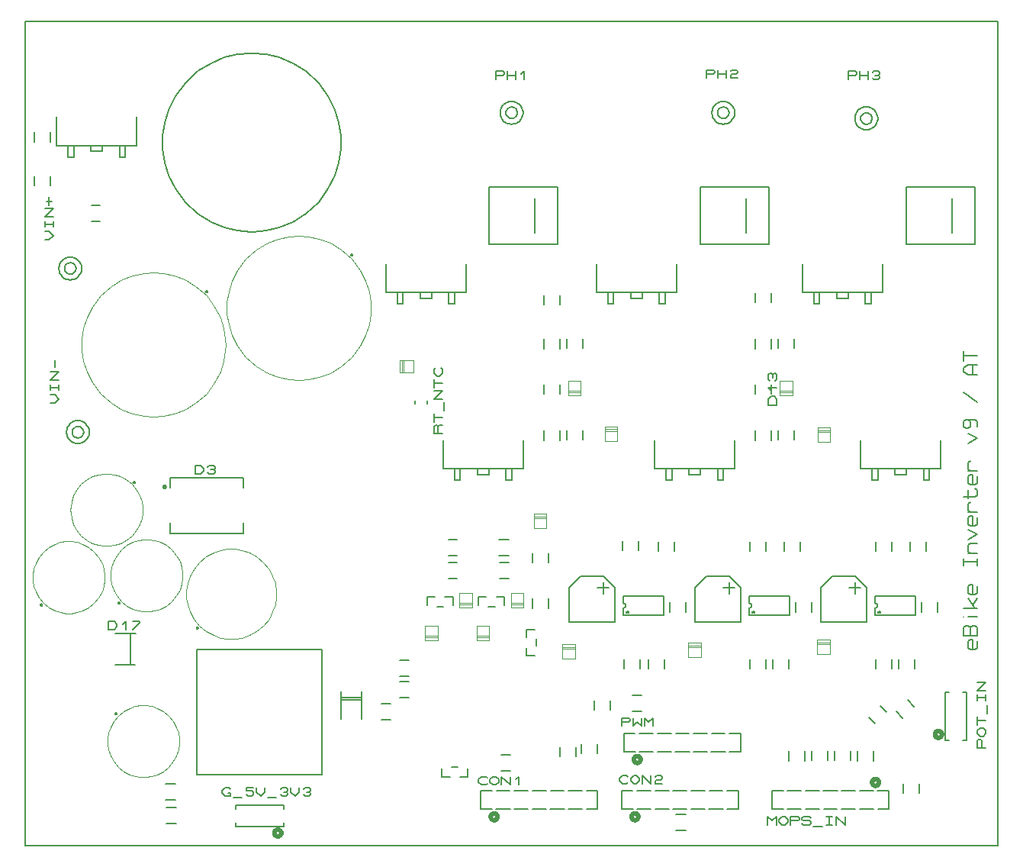
<source format=gbr>
G04 PROTEUS RS274X GERBER FILE*
%FSLAX45Y45*%
%MOMM*%
G01*
%ADD41C,0.203200*%
%ADD50C,0.200000*%
%ADD51C,0.101600*%
%ADD11C,0.508000*%
%ADD52C,0.152400*%
%ADD53C,0.120000*%
%ADD54C,0.250000*%
D41*
X-1079500Y-6413500D02*
X+9715500Y-6413500D01*
X+9715500Y+2730500D01*
X-1079500Y+2730500D01*
X-1079500Y-6413500D01*
X+6413500Y+254000D02*
X+7175500Y+254000D01*
X+7175500Y+889000D01*
X+6413500Y+889000D01*
X+6413500Y+254000D01*
X+6921500Y+762000D02*
X+6921500Y+381000D01*
X+8699500Y+254000D02*
X+9461500Y+254000D01*
X+9461500Y+889000D01*
X+8699500Y+889000D01*
X+8699500Y+254000D01*
X+9207500Y+762000D02*
X+9207500Y+381000D01*
X+4064000Y+254000D02*
X+4826000Y+254000D01*
X+4826000Y+889000D01*
X+4064000Y+889000D01*
X+4064000Y+254000D01*
X+4572000Y+762000D02*
X+4572000Y+381000D01*
X+4445000Y+1714500D02*
X+4444573Y+1724909D01*
X+4441101Y+1745728D01*
X+4433845Y+1766547D01*
X+4422017Y+1787366D01*
X+4403920Y+1808024D01*
X+4383101Y+1823545D01*
X+4362282Y+1833530D01*
X+4341463Y+1839314D01*
X+4320644Y+1841472D01*
X+4318000Y+1841500D01*
X+4191000Y+1714500D02*
X+4191427Y+1724909D01*
X+4194899Y+1745728D01*
X+4202155Y+1766547D01*
X+4213983Y+1787366D01*
X+4232080Y+1808024D01*
X+4252899Y+1823545D01*
X+4273718Y+1833530D01*
X+4294537Y+1839314D01*
X+4315356Y+1841472D01*
X+4318000Y+1841500D01*
X+4191000Y+1714500D02*
X+4191427Y+1704091D01*
X+4194899Y+1683272D01*
X+4202155Y+1662453D01*
X+4213983Y+1641634D01*
X+4232080Y+1620976D01*
X+4252899Y+1605455D01*
X+4273718Y+1595470D01*
X+4294537Y+1589686D01*
X+4315356Y+1587528D01*
X+4318000Y+1587500D01*
X+4445000Y+1714500D02*
X+4444573Y+1704091D01*
X+4441101Y+1683272D01*
X+4433845Y+1662453D01*
X+4422017Y+1641634D01*
X+4403920Y+1620976D01*
X+4383101Y+1605455D01*
X+4362282Y+1595470D01*
X+4341463Y+1589686D01*
X+4320644Y+1587528D01*
X+4318000Y+1587500D01*
X+4381500Y+1714500D02*
X+4381283Y+1719747D01*
X+4379518Y+1730242D01*
X+4375826Y+1740737D01*
X+4369798Y+1751232D01*
X+4360576Y+1761612D01*
X+4350081Y+1769300D01*
X+4339586Y+1774218D01*
X+4329091Y+1777024D01*
X+4318596Y+1777997D01*
X+4318000Y+1778000D01*
X+4254500Y+1714500D02*
X+4254717Y+1719747D01*
X+4256482Y+1730242D01*
X+4260174Y+1740737D01*
X+4266202Y+1751232D01*
X+4275424Y+1761612D01*
X+4285919Y+1769300D01*
X+4296414Y+1774218D01*
X+4306909Y+1777024D01*
X+4317404Y+1777997D01*
X+4318000Y+1778000D01*
X+4254500Y+1714500D02*
X+4254717Y+1709253D01*
X+4256482Y+1698758D01*
X+4260174Y+1688263D01*
X+4266202Y+1677768D01*
X+4275424Y+1667388D01*
X+4285919Y+1659700D01*
X+4296414Y+1654782D01*
X+4306909Y+1651976D01*
X+4317404Y+1651003D01*
X+4318000Y+1651000D01*
X+4381500Y+1714500D02*
X+4381283Y+1709253D01*
X+4379518Y+1698758D01*
X+4375826Y+1688263D01*
X+4369798Y+1677768D01*
X+4360576Y+1667388D01*
X+4350081Y+1659700D01*
X+4339586Y+1654782D01*
X+4329091Y+1651976D01*
X+4318596Y+1651003D01*
X+4318000Y+1651000D01*
X+4140200Y+2085340D02*
X+4140200Y+2176780D01*
X+4219575Y+2176780D01*
X+4235450Y+2161540D01*
X+4235450Y+2146300D01*
X+4219575Y+2131060D01*
X+4140200Y+2131060D01*
X+4267200Y+2085340D02*
X+4267200Y+2176780D01*
X+4362450Y+2176780D02*
X+4362450Y+2085340D01*
X+4267200Y+2131060D02*
X+4362450Y+2131060D01*
X+4425950Y+2146300D02*
X+4457700Y+2176780D01*
X+4457700Y+2085340D01*
X+6794500Y+1714500D02*
X+6794073Y+1724909D01*
X+6790601Y+1745728D01*
X+6783345Y+1766547D01*
X+6771517Y+1787366D01*
X+6753420Y+1808024D01*
X+6732601Y+1823545D01*
X+6711782Y+1833530D01*
X+6690963Y+1839314D01*
X+6670144Y+1841472D01*
X+6667500Y+1841500D01*
X+6540500Y+1714500D02*
X+6540927Y+1724909D01*
X+6544399Y+1745728D01*
X+6551655Y+1766547D01*
X+6563483Y+1787366D01*
X+6581580Y+1808024D01*
X+6602399Y+1823545D01*
X+6623218Y+1833530D01*
X+6644037Y+1839314D01*
X+6664856Y+1841472D01*
X+6667500Y+1841500D01*
X+6540500Y+1714500D02*
X+6540927Y+1704091D01*
X+6544399Y+1683272D01*
X+6551655Y+1662453D01*
X+6563483Y+1641634D01*
X+6581580Y+1620976D01*
X+6602399Y+1605455D01*
X+6623218Y+1595470D01*
X+6644037Y+1589686D01*
X+6664856Y+1587528D01*
X+6667500Y+1587500D01*
X+6794500Y+1714500D02*
X+6794073Y+1704091D01*
X+6790601Y+1683272D01*
X+6783345Y+1662453D01*
X+6771517Y+1641634D01*
X+6753420Y+1620976D01*
X+6732601Y+1605455D01*
X+6711782Y+1595470D01*
X+6690963Y+1589686D01*
X+6670144Y+1587528D01*
X+6667500Y+1587500D01*
X+6731000Y+1714500D02*
X+6730783Y+1719747D01*
X+6729018Y+1730242D01*
X+6725326Y+1740737D01*
X+6719298Y+1751232D01*
X+6710076Y+1761612D01*
X+6699581Y+1769300D01*
X+6689086Y+1774218D01*
X+6678591Y+1777024D01*
X+6668096Y+1777997D01*
X+6667500Y+1778000D01*
X+6604000Y+1714500D02*
X+6604217Y+1719747D01*
X+6605982Y+1730242D01*
X+6609674Y+1740737D01*
X+6615702Y+1751232D01*
X+6624924Y+1761612D01*
X+6635419Y+1769300D01*
X+6645914Y+1774218D01*
X+6656409Y+1777024D01*
X+6666904Y+1777997D01*
X+6667500Y+1778000D01*
X+6604000Y+1714500D02*
X+6604217Y+1709253D01*
X+6605982Y+1698758D01*
X+6609674Y+1688263D01*
X+6615702Y+1677768D01*
X+6624924Y+1667388D01*
X+6635419Y+1659700D01*
X+6645914Y+1654782D01*
X+6656409Y+1651976D01*
X+6666904Y+1651003D01*
X+6667500Y+1651000D01*
X+6731000Y+1714500D02*
X+6730783Y+1709253D01*
X+6729018Y+1698758D01*
X+6725326Y+1688263D01*
X+6719298Y+1677768D01*
X+6710076Y+1667388D01*
X+6699581Y+1659700D01*
X+6689086Y+1654782D01*
X+6678591Y+1651976D01*
X+6668096Y+1651003D01*
X+6667500Y+1651000D01*
X+6477000Y+2098040D02*
X+6477000Y+2189480D01*
X+6556375Y+2189480D01*
X+6572250Y+2174240D01*
X+6572250Y+2159000D01*
X+6556375Y+2143760D01*
X+6477000Y+2143760D01*
X+6604000Y+2098040D02*
X+6604000Y+2189480D01*
X+6699250Y+2189480D02*
X+6699250Y+2098040D01*
X+6604000Y+2143760D02*
X+6699250Y+2143760D01*
X+6746875Y+2174240D02*
X+6762750Y+2189480D01*
X+6810375Y+2189480D01*
X+6826250Y+2174240D01*
X+6826250Y+2159000D01*
X+6810375Y+2143760D01*
X+6762750Y+2143760D01*
X+6746875Y+2128520D01*
X+6746875Y+2098040D01*
X+6826250Y+2098040D01*
X+8382000Y+1651000D02*
X+8381573Y+1661409D01*
X+8378101Y+1682228D01*
X+8370845Y+1703047D01*
X+8359017Y+1723866D01*
X+8340920Y+1744524D01*
X+8320101Y+1760045D01*
X+8299282Y+1770030D01*
X+8278463Y+1775814D01*
X+8257644Y+1777972D01*
X+8255000Y+1778000D01*
X+8128000Y+1651000D02*
X+8128427Y+1661409D01*
X+8131899Y+1682228D01*
X+8139155Y+1703047D01*
X+8150983Y+1723866D01*
X+8169080Y+1744524D01*
X+8189899Y+1760045D01*
X+8210718Y+1770030D01*
X+8231537Y+1775814D01*
X+8252356Y+1777972D01*
X+8255000Y+1778000D01*
X+8128000Y+1651000D02*
X+8128427Y+1640591D01*
X+8131899Y+1619772D01*
X+8139155Y+1598953D01*
X+8150983Y+1578134D01*
X+8169080Y+1557476D01*
X+8189899Y+1541955D01*
X+8210718Y+1531970D01*
X+8231537Y+1526186D01*
X+8252356Y+1524028D01*
X+8255000Y+1524000D01*
X+8382000Y+1651000D02*
X+8381573Y+1640591D01*
X+8378101Y+1619772D01*
X+8370845Y+1598953D01*
X+8359017Y+1578134D01*
X+8340920Y+1557476D01*
X+8320101Y+1541955D01*
X+8299282Y+1531970D01*
X+8278463Y+1526186D01*
X+8257644Y+1524028D01*
X+8255000Y+1524000D01*
X+8318500Y+1651000D02*
X+8318283Y+1656247D01*
X+8316518Y+1666742D01*
X+8312826Y+1677237D01*
X+8306798Y+1687732D01*
X+8297576Y+1698112D01*
X+8287081Y+1705800D01*
X+8276586Y+1710718D01*
X+8266091Y+1713524D01*
X+8255596Y+1714497D01*
X+8255000Y+1714500D01*
X+8191500Y+1651000D02*
X+8191717Y+1656247D01*
X+8193482Y+1666742D01*
X+8197174Y+1677237D01*
X+8203202Y+1687732D01*
X+8212424Y+1698112D01*
X+8222919Y+1705800D01*
X+8233414Y+1710718D01*
X+8243909Y+1713524D01*
X+8254404Y+1714497D01*
X+8255000Y+1714500D01*
X+8191500Y+1651000D02*
X+8191717Y+1645753D01*
X+8193482Y+1635258D01*
X+8197174Y+1624763D01*
X+8203202Y+1614268D01*
X+8212424Y+1603888D01*
X+8222919Y+1596200D01*
X+8233414Y+1591282D01*
X+8243909Y+1588476D01*
X+8254404Y+1587503D01*
X+8255000Y+1587500D01*
X+8318500Y+1651000D02*
X+8318283Y+1645753D01*
X+8316518Y+1635258D01*
X+8312826Y+1624763D01*
X+8306798Y+1614268D01*
X+8297576Y+1603888D01*
X+8287081Y+1596200D01*
X+8276586Y+1591282D01*
X+8266091Y+1588476D01*
X+8255596Y+1587503D01*
X+8255000Y+1587500D01*
X+8051800Y+2085340D02*
X+8051800Y+2176780D01*
X+8131175Y+2176780D01*
X+8147050Y+2161540D01*
X+8147050Y+2146300D01*
X+8131175Y+2131060D01*
X+8051800Y+2131060D01*
X+8178800Y+2085340D02*
X+8178800Y+2176780D01*
X+8274050Y+2176780D02*
X+8274050Y+2085340D01*
X+8178800Y+2131060D02*
X+8274050Y+2131060D01*
X+8321675Y+2161540D02*
X+8337550Y+2176780D01*
X+8385175Y+2176780D01*
X+8401050Y+2161540D01*
X+8401050Y+2146300D01*
X+8385175Y+2131060D01*
X+8401050Y+2115820D01*
X+8401050Y+2100580D01*
X+8385175Y+2085340D01*
X+8337550Y+2085340D01*
X+8321675Y+2100580D01*
X+8353425Y+2131060D02*
X+8385175Y+2131060D01*
X+825500Y-5626100D02*
X+2209800Y-5626100D01*
X+2209800Y-4241800D01*
X+825500Y-4241800D01*
X+825500Y-5626100D01*
X+2425700Y-4772600D02*
X+2654300Y-4772600D01*
X+2654300Y-4798000D02*
X+2425700Y-4798000D01*
X+2425700Y-5013900D02*
X+2425700Y-4709100D01*
X+2654300Y-5013900D02*
X+2654300Y-4709100D01*
D50*
X+482842Y-6168500D02*
X+592842Y-6168500D01*
X+482842Y-5988500D02*
X+592842Y-5988500D01*
X+3179500Y-4355000D02*
X+3079500Y-4355000D01*
X+3179500Y-4535000D02*
X+3079500Y-4535000D01*
D41*
X-368300Y-1828800D02*
X-368727Y-1818391D01*
X-372199Y-1797572D01*
X-379455Y-1776753D01*
X-391283Y-1755934D01*
X-409380Y-1735276D01*
X-430199Y-1719755D01*
X-451018Y-1709770D01*
X-471837Y-1703986D01*
X-492656Y-1701828D01*
X-495300Y-1701800D01*
X-622300Y-1828800D02*
X-621873Y-1818391D01*
X-618401Y-1797572D01*
X-611145Y-1776753D01*
X-599317Y-1755934D01*
X-581220Y-1735276D01*
X-560401Y-1719755D01*
X-539582Y-1709770D01*
X-518763Y-1703986D01*
X-497944Y-1701828D01*
X-495300Y-1701800D01*
X-622300Y-1828800D02*
X-621873Y-1839209D01*
X-618401Y-1860028D01*
X-611145Y-1880847D01*
X-599317Y-1901666D01*
X-581220Y-1922324D01*
X-560401Y-1937845D01*
X-539582Y-1947830D01*
X-518763Y-1953614D01*
X-497944Y-1955772D01*
X-495300Y-1955800D01*
X-368300Y-1828800D02*
X-368727Y-1839209D01*
X-372199Y-1860028D01*
X-379455Y-1880847D01*
X-391283Y-1901666D01*
X-409380Y-1922324D01*
X-430199Y-1937845D01*
X-451018Y-1947830D01*
X-471837Y-1953614D01*
X-492656Y-1955772D01*
X-495300Y-1955800D01*
X-431800Y-1828800D02*
X-432017Y-1823553D01*
X-433782Y-1813058D01*
X-437474Y-1802563D01*
X-443502Y-1792068D01*
X-452724Y-1781688D01*
X-463219Y-1774000D01*
X-473714Y-1769082D01*
X-484209Y-1766276D01*
X-494704Y-1765303D01*
X-495300Y-1765300D01*
X-558800Y-1828800D02*
X-558583Y-1823553D01*
X-556818Y-1813058D01*
X-553126Y-1802563D01*
X-547098Y-1792068D01*
X-537876Y-1781688D01*
X-527381Y-1774000D01*
X-516886Y-1769082D01*
X-506391Y-1766276D01*
X-495896Y-1765303D01*
X-495300Y-1765300D01*
X-558800Y-1828800D02*
X-558583Y-1834047D01*
X-556818Y-1844542D01*
X-553126Y-1855037D01*
X-547098Y-1865532D01*
X-537876Y-1875912D01*
X-527381Y-1883600D01*
X-516886Y-1888518D01*
X-506391Y-1891324D01*
X-495896Y-1892297D01*
X-495300Y-1892300D01*
X-431800Y-1828800D02*
X-432017Y-1834047D01*
X-433782Y-1844542D01*
X-437474Y-1855037D01*
X-443502Y-1865532D01*
X-452724Y-1875912D01*
X-463219Y-1883600D01*
X-473714Y-1888518D01*
X-484209Y-1891324D01*
X-494704Y-1892297D01*
X-495300Y-1892300D01*
X-800099Y-1506371D02*
X-754379Y-1506371D01*
X-708659Y-1458746D01*
X-754379Y-1411121D01*
X-800099Y-1411121D01*
X-800099Y-1363496D02*
X-800099Y-1299996D01*
X-800099Y-1331746D02*
X-708659Y-1331746D01*
X-708659Y-1363496D02*
X-708659Y-1299996D01*
X-708659Y-1252371D02*
X-800099Y-1252371D01*
X-708659Y-1157121D01*
X-800099Y-1157121D01*
X-754379Y-1109496D02*
X-754379Y-1030121D01*
X-453503Y-12700D02*
X-453930Y-2291D01*
X-457402Y+18528D01*
X-464658Y+39347D01*
X-476486Y+60166D01*
X-494583Y+80824D01*
X-515402Y+96345D01*
X-536221Y+106330D01*
X-557040Y+112114D01*
X-577859Y+114272D01*
X-580503Y+114300D01*
X-707503Y-12700D02*
X-707076Y-2291D01*
X-703604Y+18528D01*
X-696348Y+39347D01*
X-684520Y+60166D01*
X-666423Y+80824D01*
X-645604Y+96345D01*
X-624785Y+106330D01*
X-603966Y+112114D01*
X-583147Y+114272D01*
X-580503Y+114300D01*
X-707503Y-12700D02*
X-707076Y-23109D01*
X-703604Y-43928D01*
X-696348Y-64747D01*
X-684520Y-85566D01*
X-666423Y-106224D01*
X-645604Y-121745D01*
X-624785Y-131730D01*
X-603966Y-137514D01*
X-583147Y-139672D01*
X-580503Y-139700D01*
X-453503Y-12700D02*
X-453930Y-23109D01*
X-457402Y-43928D01*
X-464658Y-64747D01*
X-476486Y-85566D01*
X-494583Y-106224D01*
X-515402Y-121745D01*
X-536221Y-131730D01*
X-557040Y-137514D01*
X-577859Y-139672D01*
X-580503Y-139700D01*
X-517003Y-12700D02*
X-517220Y-7453D01*
X-518985Y+3042D01*
X-522677Y+13537D01*
X-528705Y+24032D01*
X-537927Y+34412D01*
X-548422Y+42100D01*
X-558917Y+47018D01*
X-569412Y+49824D01*
X-579907Y+50797D01*
X-580503Y+50800D01*
X-644003Y-12700D02*
X-643786Y-7453D01*
X-642021Y+3042D01*
X-638329Y+13537D01*
X-632301Y+24032D01*
X-623079Y+34412D01*
X-612584Y+42100D01*
X-602089Y+47018D01*
X-591594Y+49824D01*
X-581099Y+50797D01*
X-580503Y+50800D01*
X-644003Y-12700D02*
X-643786Y-17947D01*
X-642021Y-28442D01*
X-638329Y-38937D01*
X-632301Y-49432D01*
X-623079Y-59812D01*
X-612584Y-67500D01*
X-602089Y-72418D01*
X-591594Y-75224D01*
X-581099Y-76197D01*
X-580503Y-76200D01*
X-517003Y-12700D02*
X-517220Y-17947D01*
X-518985Y-28442D01*
X-522677Y-38937D01*
X-528705Y-49432D01*
X-537927Y-59812D01*
X-548422Y-67500D01*
X-558917Y-72418D01*
X-569412Y-75224D01*
X-579907Y-76197D01*
X-580503Y-76200D01*
X-862443Y+304800D02*
X-816723Y+304800D01*
X-771003Y+352425D01*
X-816723Y+400050D01*
X-862443Y+400050D01*
X-862443Y+447675D02*
X-862443Y+511175D01*
X-862443Y+479425D02*
X-771003Y+479425D01*
X-771003Y+447675D02*
X-771003Y+511175D01*
X-771003Y+558800D02*
X-862443Y+558800D01*
X-771003Y+654050D01*
X-862443Y+654050D01*
X-816723Y+685800D02*
X-816723Y+781050D01*
X-847203Y+733425D02*
X-786243Y+733425D01*
D50*
X+5942500Y-3043500D02*
X+5942500Y-3143500D01*
X+6122500Y-3043500D02*
X+6122500Y-3143500D01*
X+5548800Y-3041400D02*
X+5548800Y-3141400D01*
X+5728800Y-3041400D02*
X+5728800Y-3141400D01*
D41*
X+5554980Y-3860800D02*
X+5554980Y-3779838D01*
X+5565601Y-3777756D01*
X+5574167Y-3772036D01*
X+5579886Y-3763471D01*
X+5581968Y-3752850D01*
X+5554980Y-3725862D02*
X+5565601Y-3727944D01*
X+5574167Y-3733664D01*
X+5579886Y-3742229D01*
X+5581968Y-3752850D01*
X+5554980Y-3725862D02*
X+5554980Y-3644900D01*
X+6002020Y-3784600D02*
X+6002020Y-3721100D01*
X+5588000Y-3860800D02*
X+5969000Y-3860800D01*
X+5588000Y-3644900D02*
X+5969000Y-3644900D01*
X+5588000Y-3860800D02*
X+5554980Y-3860800D01*
X+5554980Y-3644900D02*
X+5588000Y-3644900D01*
X+6002020Y-3721100D02*
X+6002020Y-3644900D01*
X+5969000Y-3644900D01*
X+5969000Y-3860800D02*
X+6002020Y-3860800D01*
X+6002020Y-3784600D01*
X+5614416Y-3825240D02*
X+5614381Y-3824395D01*
X+5614094Y-3822704D01*
X+5613495Y-3821013D01*
X+5612515Y-3819322D01*
X+5611015Y-3817654D01*
X+5609324Y-3816434D01*
X+5607633Y-3815658D01*
X+5605942Y-3815221D01*
X+5604256Y-3815080D01*
X+5594096Y-3825240D02*
X+5594131Y-3824395D01*
X+5594418Y-3822704D01*
X+5595017Y-3821013D01*
X+5595997Y-3819322D01*
X+5597497Y-3817654D01*
X+5599188Y-3816434D01*
X+5600879Y-3815658D01*
X+5602570Y-3815221D01*
X+5604256Y-3815080D01*
X+5594096Y-3825240D02*
X+5594131Y-3826085D01*
X+5594418Y-3827776D01*
X+5595017Y-3829467D01*
X+5595997Y-3831158D01*
X+5597497Y-3832826D01*
X+5599188Y-3834046D01*
X+5600879Y-3834822D01*
X+5602570Y-3835259D01*
X+5604256Y-3835400D01*
X+5614416Y-3825240D02*
X+5614381Y-3826085D01*
X+5614094Y-3827776D01*
X+5613495Y-3829467D01*
X+5612515Y-3831158D01*
X+5611015Y-3832826D01*
X+5609324Y-3834046D01*
X+5607633Y-3834822D01*
X+5605942Y-3835259D01*
X+5604256Y-3835400D01*
X+6951980Y-3860800D02*
X+6951980Y-3779838D01*
X+6962601Y-3777756D01*
X+6971167Y-3772036D01*
X+6976886Y-3763471D01*
X+6978968Y-3752850D01*
X+6951980Y-3725862D02*
X+6962601Y-3727944D01*
X+6971167Y-3733664D01*
X+6976886Y-3742229D01*
X+6978968Y-3752850D01*
X+6951980Y-3725862D02*
X+6951980Y-3644900D01*
X+7399020Y-3784600D02*
X+7399020Y-3721100D01*
X+6985000Y-3860800D02*
X+7366000Y-3860800D01*
X+6985000Y-3644900D02*
X+7366000Y-3644900D01*
X+6985000Y-3860800D02*
X+6951980Y-3860800D01*
X+6951980Y-3644900D02*
X+6985000Y-3644900D01*
X+7399020Y-3721100D02*
X+7399020Y-3644900D01*
X+7366000Y-3644900D01*
X+7366000Y-3860800D02*
X+7399020Y-3860800D01*
X+7399020Y-3784600D01*
X+7011416Y-3825240D02*
X+7011381Y-3824395D01*
X+7011094Y-3822704D01*
X+7010495Y-3821013D01*
X+7009515Y-3819322D01*
X+7008015Y-3817654D01*
X+7006324Y-3816434D01*
X+7004633Y-3815658D01*
X+7002942Y-3815221D01*
X+7001256Y-3815080D01*
X+6991096Y-3825240D02*
X+6991131Y-3824395D01*
X+6991418Y-3822704D01*
X+6992017Y-3821013D01*
X+6992997Y-3819322D01*
X+6994497Y-3817654D01*
X+6996188Y-3816434D01*
X+6997879Y-3815658D01*
X+6999570Y-3815221D01*
X+7001256Y-3815080D01*
X+6991096Y-3825240D02*
X+6991131Y-3826085D01*
X+6991418Y-3827776D01*
X+6992017Y-3829467D01*
X+6992997Y-3831158D01*
X+6994497Y-3832826D01*
X+6996188Y-3834046D01*
X+6997879Y-3834822D01*
X+6999570Y-3835259D01*
X+7001256Y-3835400D01*
X+7011416Y-3825240D02*
X+7011381Y-3826085D01*
X+7011094Y-3827776D01*
X+7010495Y-3829467D01*
X+7009515Y-3831158D01*
X+7008015Y-3832826D01*
X+7006324Y-3834046D01*
X+7004633Y-3834822D01*
X+7002942Y-3835259D01*
X+7001256Y-3835400D01*
X+8348980Y-3860800D02*
X+8348980Y-3779838D01*
X+8359601Y-3777756D01*
X+8368167Y-3772036D01*
X+8373886Y-3763471D01*
X+8375968Y-3752850D01*
X+8348980Y-3725862D02*
X+8359601Y-3727944D01*
X+8368167Y-3733664D01*
X+8373886Y-3742229D01*
X+8375968Y-3752850D01*
X+8348980Y-3725862D02*
X+8348980Y-3644900D01*
X+8796020Y-3784600D02*
X+8796020Y-3721100D01*
X+8382000Y-3860800D02*
X+8763000Y-3860800D01*
X+8382000Y-3644900D02*
X+8763000Y-3644900D01*
X+8382000Y-3860800D02*
X+8348980Y-3860800D01*
X+8348980Y-3644900D02*
X+8382000Y-3644900D01*
X+8796020Y-3721100D02*
X+8796020Y-3644900D01*
X+8763000Y-3644900D01*
X+8763000Y-3860800D02*
X+8796020Y-3860800D01*
X+8796020Y-3784600D01*
X+8408416Y-3825240D02*
X+8408381Y-3824395D01*
X+8408094Y-3822704D01*
X+8407495Y-3821013D01*
X+8406515Y-3819322D01*
X+8405015Y-3817654D01*
X+8403324Y-3816434D01*
X+8401633Y-3815658D01*
X+8399942Y-3815221D01*
X+8398256Y-3815080D01*
X+8388096Y-3825240D02*
X+8388131Y-3824395D01*
X+8388418Y-3822704D01*
X+8389017Y-3821013D01*
X+8389997Y-3819322D01*
X+8391497Y-3817654D01*
X+8393188Y-3816434D01*
X+8394879Y-3815658D01*
X+8396570Y-3815221D01*
X+8398256Y-3815080D01*
X+8388096Y-3825240D02*
X+8388131Y-3826085D01*
X+8388418Y-3827776D01*
X+8389017Y-3829467D01*
X+8389997Y-3831158D01*
X+8391497Y-3832826D01*
X+8393188Y-3834046D01*
X+8394879Y-3834822D01*
X+8396570Y-3835259D01*
X+8398256Y-3835400D01*
X+8408416Y-3825240D02*
X+8408381Y-3826085D01*
X+8408094Y-3827776D01*
X+8407495Y-3829467D01*
X+8406515Y-3831158D01*
X+8405015Y-3832826D01*
X+8403324Y-3834046D01*
X+8401633Y-3834822D01*
X+8399942Y-3835259D01*
X+8398256Y-3835400D01*
D50*
X+6958500Y-3043500D02*
X+6958500Y-3143500D01*
X+7138500Y-3043500D02*
X+7138500Y-3143500D01*
D41*
X+5461000Y-3556000D02*
X+5334000Y-3429000D01*
X+5080000Y-3429000D01*
X+4953000Y-3556000D01*
X+4953000Y-3937000D01*
X+5461000Y-3937000D01*
X+5461000Y-3556000D01*
X+5334000Y-3492500D02*
X+5334000Y-3619500D01*
X+5397500Y-3556000D02*
X+5270500Y-3556000D01*
X+6858000Y-3556000D02*
X+6731000Y-3429000D01*
X+6477000Y-3429000D01*
X+6350000Y-3556000D01*
X+6350000Y-3937000D01*
X+6858000Y-3937000D01*
X+6858000Y-3556000D01*
X+6731000Y-3492500D02*
X+6731000Y-3619500D01*
X+6794500Y-3556000D02*
X+6667500Y-3556000D01*
X+8255000Y-3556000D02*
X+8128000Y-3429000D01*
X+7874000Y-3429000D01*
X+7747000Y-3556000D01*
X+7747000Y-3937000D01*
X+8255000Y-3937000D01*
X+8255000Y-3556000D01*
X+8128000Y-3492500D02*
X+8128000Y-3619500D01*
X+8191500Y-3556000D02*
X+8064500Y-3556000D01*
D51*
X+5023000Y-4213960D02*
X+4883000Y-4213960D01*
X+5023000Y-4233960D02*
X+4883000Y-4233960D01*
X+4883000Y-4343960D02*
X+5023000Y-4343960D01*
X+5023000Y-4183960D01*
X+4883000Y-4183960D01*
X+4883000Y-4343960D01*
X+6420000Y-4194910D02*
X+6280000Y-4194910D01*
X+6420000Y-4214910D02*
X+6280000Y-4214910D01*
X+6280000Y-4324910D02*
X+6420000Y-4324910D01*
X+6420000Y-4164910D01*
X+6280000Y-4164910D01*
X+6280000Y-4324910D01*
X+7848750Y-4163160D02*
X+7708750Y-4163160D01*
X+7848750Y-4183160D02*
X+7708750Y-4183160D01*
X+7708750Y-4293160D02*
X+7848750Y-4293160D01*
X+7848750Y-4133160D01*
X+7708750Y-4133160D01*
X+7708750Y-4293160D01*
D50*
X+6069500Y-3714500D02*
X+6069500Y-3824500D01*
X+6249500Y-3714500D02*
X+6249500Y-3824500D01*
X+7466500Y-3714500D02*
X+7466500Y-3824500D01*
X+7646500Y-3714500D02*
X+7646500Y-3824500D01*
X+8863500Y-3714500D02*
X+8863500Y-3824500D01*
X+9043500Y-3714500D02*
X+9043500Y-3824500D01*
X+7339500Y-3043500D02*
X+7339500Y-3143500D01*
X+7519500Y-3043500D02*
X+7519500Y-3143500D01*
X+8355500Y-3043500D02*
X+8355500Y-3143500D01*
X+8535500Y-3043500D02*
X+8535500Y-3143500D01*
X+8736500Y-3043500D02*
X+8736500Y-3143500D01*
X+8916500Y-3043500D02*
X+8916500Y-3143500D01*
X+5741500Y-4449500D02*
X+5741500Y-4349500D01*
X+5561500Y-4449500D02*
X+5561500Y-4349500D01*
X+6013000Y-4449500D02*
X+6013000Y-4349500D01*
X+5833000Y-4449500D02*
X+5833000Y-4349500D01*
X+7138500Y-4449500D02*
X+7138500Y-4349500D01*
X+6958500Y-4449500D02*
X+6958500Y-4349500D01*
X+4926500Y-793500D02*
X+4926500Y-893500D01*
X+5106500Y-793500D02*
X+5106500Y-893500D01*
X+4672500Y-313000D02*
X+4672500Y-413000D01*
X+4852500Y-313000D02*
X+4852500Y-413000D01*
X+4926500Y-1809500D02*
X+4926500Y-1909500D01*
X+5106500Y-1809500D02*
X+5106500Y-1909500D01*
X+4672500Y-1301500D02*
X+4672500Y-1401500D01*
X+4852500Y-1301500D02*
X+4852500Y-1401500D01*
X+4672500Y-793500D02*
X+4672500Y-903500D01*
X+4852500Y-793500D02*
X+4852500Y-903500D01*
X+4672500Y-1809500D02*
X+4672500Y-1919500D01*
X+4852500Y-1809500D02*
X+4852500Y-1919500D01*
X+7022000Y-793500D02*
X+7022000Y-903500D01*
X+7202000Y-793500D02*
X+7202000Y-903500D01*
X+7022000Y-1809500D02*
X+7022000Y-1919500D01*
X+7202000Y-1809500D02*
X+7202000Y-1919500D01*
X+7276000Y-793500D02*
X+7276000Y-893500D01*
X+7456000Y-793500D02*
X+7456000Y-893500D01*
X+7022000Y-285500D02*
X+7022000Y-385500D01*
X+7202000Y-285500D02*
X+7202000Y-385500D01*
X+7276000Y-1809500D02*
X+7276000Y-1909500D01*
X+7456000Y-1809500D02*
X+7456000Y-1909500D01*
X+7022000Y-1301500D02*
X+7022000Y-1401500D01*
X+7202000Y-1301500D02*
X+7202000Y-1401500D01*
D41*
X+3667760Y-3655060D02*
X+3578860Y-3655060D01*
X+3561080Y-3766820D02*
X+3489960Y-3766820D01*
X+3667760Y-3655060D02*
X+3667760Y-3746500D01*
X+3378200Y-3749040D02*
X+3378200Y-3655060D01*
X+3464560Y-3655060D01*
X+4239260Y-3655060D02*
X+4150360Y-3655060D01*
X+4132580Y-3766820D02*
X+4061460Y-3766820D01*
X+4239260Y-3655060D02*
X+4239260Y-3746500D01*
X+3949700Y-3749040D02*
X+3949700Y-3655060D01*
X+4036060Y-3655060D01*
X+4480560Y-4015740D02*
X+4480560Y-4104640D01*
X+4592320Y-4122420D02*
X+4592320Y-4193540D01*
X+4480560Y-4015740D02*
X+4572000Y-4015740D01*
X+4574540Y-4305300D02*
X+4480560Y-4305300D01*
X+4480560Y-4218940D01*
D51*
X+3740000Y-3742590D02*
X+3880000Y-3742590D01*
X+3740000Y-3722590D02*
X+3880000Y-3722590D01*
X+3740000Y-3772590D02*
X+3880000Y-3772590D01*
X+3880000Y-3612590D01*
X+3740000Y-3612590D01*
X+3740000Y-3772590D01*
X+3359000Y-4104540D02*
X+3499000Y-4104540D01*
X+3359000Y-4084540D02*
X+3499000Y-4084540D01*
X+3359000Y-4134540D02*
X+3499000Y-4134540D01*
X+3499000Y-3974540D01*
X+3359000Y-3974540D01*
X+3359000Y-4134540D01*
X+4311500Y-3742590D02*
X+4451500Y-3742590D01*
X+4311500Y-3722590D02*
X+4451500Y-3722590D01*
X+4311500Y-3772590D02*
X+4451500Y-3772590D01*
X+4451500Y-3612590D01*
X+4311500Y-3612590D01*
X+4311500Y-3772590D01*
X+3930500Y-4104540D02*
X+4070500Y-4104540D01*
X+3930500Y-4084540D02*
X+4070500Y-4084540D01*
X+3930500Y-4134540D02*
X+4070500Y-4134540D01*
X+4070500Y-3974540D01*
X+3930500Y-3974540D01*
X+3930500Y-4134540D01*
D50*
X+3615000Y-3455500D02*
X+3715000Y-3455500D01*
X+3615000Y-3275500D02*
X+3715000Y-3275500D01*
X+3615000Y-3201500D02*
X+3715000Y-3201500D01*
X+3615000Y-3021500D02*
X+3715000Y-3021500D01*
X+4286500Y-3275500D02*
X+4186500Y-3275500D01*
X+4286500Y-3455500D02*
X+4186500Y-3455500D01*
X+4545500Y-3170500D02*
X+4545500Y-3270500D01*
X+4725500Y-3170500D02*
X+4725500Y-3270500D01*
X+4725500Y-3778500D02*
X+4725500Y-3668500D01*
X+4545500Y-3778500D02*
X+4545500Y-3668500D01*
X+4286500Y-3021500D02*
X+4176500Y-3021500D01*
X+4286500Y-3201500D02*
X+4176500Y-3201500D01*
X+8789500Y-4449500D02*
X+8789500Y-4349500D01*
X+8609500Y-4449500D02*
X+8609500Y-4349500D01*
X+6255000Y-6069500D02*
X+6145000Y-6069500D01*
X+6255000Y-6249500D02*
X+6145000Y-6249500D01*
X+8335500Y-5475500D02*
X+8335500Y-5365500D01*
X+8155500Y-5475500D02*
X+8155500Y-5365500D01*
X+7573500Y-5475499D02*
X+7573500Y-5365499D01*
X+7393500Y-5475499D02*
X+7393500Y-5365499D01*
D11*
X+9093200Y-5181500D02*
X+9093069Y-5178342D01*
X+9092003Y-5172024D01*
X+9089772Y-5165706D01*
X+9086127Y-5159388D01*
X+9080552Y-5153149D01*
X+9074234Y-5148553D01*
X+9067916Y-5145620D01*
X+9061598Y-5143958D01*
X+9055280Y-5143400D01*
X+9055100Y-5143400D01*
X+9017000Y-5181500D02*
X+9017131Y-5178342D01*
X+9018197Y-5172024D01*
X+9020428Y-5165706D01*
X+9024073Y-5159388D01*
X+9029648Y-5153149D01*
X+9035966Y-5148553D01*
X+9042284Y-5145620D01*
X+9048602Y-5143958D01*
X+9054920Y-5143400D01*
X+9055100Y-5143400D01*
X+9017000Y-5181500D02*
X+9017131Y-5184658D01*
X+9018197Y-5190976D01*
X+9020428Y-5197294D01*
X+9024073Y-5203612D01*
X+9029648Y-5209851D01*
X+9035966Y-5214447D01*
X+9042284Y-5217380D01*
X+9048602Y-5219042D01*
X+9054920Y-5219600D01*
X+9055100Y-5219600D01*
X+9093200Y-5181500D02*
X+9093069Y-5184658D01*
X+9092003Y-5190976D01*
X+9089772Y-5197294D01*
X+9086127Y-5203612D01*
X+9080552Y-5209851D01*
X+9074234Y-5214447D01*
X+9067916Y-5217380D01*
X+9061598Y-5219042D01*
X+9055280Y-5219600D01*
X+9055100Y-5219600D01*
D52*
X+9126220Y-4711650D02*
X+9126220Y-5251350D01*
X+9169735Y-5251350D01*
X+9364980Y-5251350D02*
X+9364980Y-4711650D01*
X+9321465Y-4711650D01*
X+9169735Y-4711650D02*
X+9126220Y-4711650D01*
X+9321465Y-5251350D02*
X+9364980Y-5251350D01*
D41*
X+9580070Y-5330417D02*
X+9488630Y-5330417D01*
X+9488630Y-5251042D01*
X+9503870Y-5235167D01*
X+9519110Y-5235167D01*
X+9534350Y-5251042D01*
X+9534350Y-5330417D01*
X+9519110Y-5203417D02*
X+9488630Y-5171667D01*
X+9488630Y-5139917D01*
X+9519110Y-5108167D01*
X+9549590Y-5108167D01*
X+9580070Y-5139917D01*
X+9580070Y-5171667D01*
X+9549590Y-5203417D01*
X+9519110Y-5203417D01*
X+9488630Y-5076417D02*
X+9488630Y-4981167D01*
X+9488630Y-5028792D02*
X+9580070Y-5028792D01*
X+9595310Y-4949417D02*
X+9595310Y-4854167D01*
X+9488630Y-4806542D02*
X+9488630Y-4743042D01*
X+9488630Y-4774792D02*
X+9580070Y-4774792D01*
X+9580070Y-4806542D02*
X+9580070Y-4743042D01*
X+9580070Y-4695417D02*
X+9488630Y-4695417D01*
X+9580070Y-4600167D01*
X+9488630Y-4600167D01*
D50*
X+7392500Y-4449500D02*
X+7392500Y-4349500D01*
X+7212500Y-4449500D02*
X+7212500Y-4349500D01*
X+8535500Y-4449500D02*
X+8535500Y-4349500D01*
X+8355500Y-4449500D02*
X+8355500Y-4349500D01*
X+8663500Y-5730301D02*
X+8663500Y-5830301D01*
X+8843500Y-5730301D02*
X+8843500Y-5830301D01*
X+7901500Y-5365500D02*
X+7901500Y-5465500D01*
X+8081500Y-5365500D02*
X+8081500Y-5465500D01*
X+7647500Y-5365500D02*
X+7647500Y-5465500D01*
X+7827500Y-5365500D02*
X+7827500Y-5465500D01*
D11*
X+8394600Y-5715000D02*
X+8394469Y-5711842D01*
X+8393403Y-5705524D01*
X+8391172Y-5699206D01*
X+8387527Y-5692888D01*
X+8381952Y-5686649D01*
X+8375634Y-5682053D01*
X+8369316Y-5679120D01*
X+8362998Y-5677458D01*
X+8356680Y-5676900D01*
X+8356500Y-5676900D01*
X+8318400Y-5715000D02*
X+8318531Y-5711842D01*
X+8319597Y-5705524D01*
X+8321828Y-5699206D01*
X+8325473Y-5692888D01*
X+8331048Y-5686649D01*
X+8337366Y-5682053D01*
X+8343684Y-5679120D01*
X+8350002Y-5677458D01*
X+8356320Y-5676900D01*
X+8356500Y-5676900D01*
X+8318400Y-5715000D02*
X+8318531Y-5718158D01*
X+8319597Y-5724476D01*
X+8321828Y-5730794D01*
X+8325473Y-5737112D01*
X+8331048Y-5743351D01*
X+8337366Y-5747947D01*
X+8343684Y-5750880D01*
X+8350002Y-5752542D01*
X+8356320Y-5753100D01*
X+8356500Y-5753100D01*
X+8394600Y-5715000D02*
X+8394469Y-5718158D01*
X+8393403Y-5724476D01*
X+8391172Y-5730794D01*
X+8387527Y-5737112D01*
X+8381952Y-5743351D01*
X+8375634Y-5747947D01*
X+8369316Y-5750880D01*
X+8362998Y-5752542D01*
X+8356680Y-5753100D01*
X+8356500Y-5753100D01*
D52*
X+8505470Y-5804840D02*
X+8378907Y-5804840D01*
X+7207530Y-5804840D02*
X+7207530Y-6005500D01*
X+7331309Y-6005500D01*
X+8505470Y-6005500D02*
X+8505470Y-5804840D01*
X+7334093Y-5804840D02*
X+7207530Y-5804840D01*
X+7381691Y-6005500D02*
X+7531309Y-6005500D01*
X+7534093Y-5804840D02*
X+7378907Y-5804840D01*
X+7581691Y-6005500D02*
X+7731309Y-6005500D01*
X+7734093Y-5804840D02*
X+7578907Y-5804840D01*
X+7781691Y-6005500D02*
X+7931309Y-6005500D01*
X+7934093Y-5804840D02*
X+7778907Y-5804840D01*
X+7981691Y-6005500D02*
X+8131309Y-6005500D01*
X+8134093Y-5804840D02*
X+7978907Y-5804840D01*
X+8181691Y-6005500D02*
X+8331309Y-6005500D01*
X+8381691Y-6005500D02*
X+8505470Y-6005500D01*
X+8334093Y-5804840D02*
X+8178907Y-5804840D01*
D41*
X+7160134Y-6185840D02*
X+7160134Y-6094400D01*
X+7207759Y-6140120D01*
X+7255384Y-6094400D01*
X+7255384Y-6185840D01*
X+7287134Y-6124880D02*
X+7318884Y-6094400D01*
X+7350634Y-6094400D01*
X+7382384Y-6124880D01*
X+7382384Y-6155360D01*
X+7350634Y-6185840D01*
X+7318884Y-6185840D01*
X+7287134Y-6155360D01*
X+7287134Y-6124880D01*
X+7414134Y-6185840D02*
X+7414134Y-6094400D01*
X+7493509Y-6094400D01*
X+7509384Y-6109640D01*
X+7509384Y-6124880D01*
X+7493509Y-6140120D01*
X+7414134Y-6140120D01*
X+7541134Y-6170600D02*
X+7557009Y-6185840D01*
X+7620509Y-6185840D01*
X+7636384Y-6170600D01*
X+7636384Y-6155360D01*
X+7620509Y-6140120D01*
X+7557009Y-6140120D01*
X+7541134Y-6124880D01*
X+7541134Y-6109640D01*
X+7557009Y-6094400D01*
X+7620509Y-6094400D01*
X+7636384Y-6109640D01*
X+7668134Y-6201080D02*
X+7763384Y-6201080D01*
X+7811009Y-6094400D02*
X+7874509Y-6094400D01*
X+7842759Y-6094400D02*
X+7842759Y-6185840D01*
X+7811009Y-6185840D02*
X+7874509Y-6185840D01*
X+7922134Y-6185840D02*
X+7922134Y-6094400D01*
X+8017384Y-6185840D01*
X+8017384Y-6094400D01*
X+2427005Y+1383567D02*
X+2424305Y+1456704D01*
X+2402433Y+1602979D01*
X+2357135Y+1749254D01*
X+2284670Y+1895529D01*
X+2177123Y+2041804D01*
X+2033352Y+2174748D01*
X+1887077Y+2266510D01*
X+1740802Y+2327186D01*
X+1594527Y+2362573D01*
X+1448252Y+2375381D01*
X+1435104Y+2375468D01*
X+443203Y+1383567D02*
X+445903Y+1456704D01*
X+467775Y+1602979D01*
X+513073Y+1749254D01*
X+585538Y+1895529D01*
X+693085Y+2041804D01*
X+836856Y+2174748D01*
X+983131Y+2266510D01*
X+1129406Y+2327186D01*
X+1275681Y+2362573D01*
X+1421956Y+2375381D01*
X+1435104Y+2375468D01*
X+443203Y+1383567D02*
X+445903Y+1310430D01*
X+467775Y+1164155D01*
X+513073Y+1017880D01*
X+585538Y+871605D01*
X+693085Y+725330D01*
X+836856Y+592386D01*
X+983131Y+500624D01*
X+1129406Y+439948D01*
X+1275681Y+404561D01*
X+1421956Y+391753D01*
X+1435104Y+391666D01*
X+2427005Y+1383567D02*
X+2424305Y+1310430D01*
X+2402433Y+1164155D01*
X+2357135Y+1017880D01*
X+2284670Y+871605D01*
X+2177123Y+725330D01*
X+2033352Y+592386D01*
X+1887077Y+500624D01*
X+1740802Y+439948D01*
X+1594527Y+404561D01*
X+1448252Y+391753D01*
X+1435104Y+391666D01*
D53*
X+2755800Y-451200D02*
X+2753522Y-390868D01*
X+2735056Y-270203D01*
X+2696745Y-149538D01*
X+2635241Y-28873D01*
X+2543303Y+91792D01*
X+2423514Y+197833D01*
X+2302849Y+269603D01*
X+2182184Y+316101D01*
X+2061519Y+341784D01*
X+1955800Y+348800D01*
X+1155800Y-451200D02*
X+1158078Y-390868D01*
X+1176544Y-270203D01*
X+1214855Y-149538D01*
X+1276359Y-28873D01*
X+1368297Y+91792D01*
X+1488086Y+197833D01*
X+1608751Y+269603D01*
X+1729416Y+316101D01*
X+1850081Y+341784D01*
X+1955800Y+348800D01*
X+1155800Y-451200D02*
X+1158078Y-511532D01*
X+1176544Y-632197D01*
X+1214855Y-752862D01*
X+1276359Y-873527D01*
X+1368297Y-994192D01*
X+1488086Y-1100233D01*
X+1608751Y-1172003D01*
X+1729416Y-1218501D01*
X+1850081Y-1244184D01*
X+1955800Y-1251200D01*
X+2755800Y-451200D02*
X+2753522Y-511532D01*
X+2735056Y-632197D01*
X+2696745Y-752862D01*
X+2635241Y-873527D01*
X+2543303Y-994192D01*
X+2423514Y-1100233D01*
X+2302849Y-1172003D01*
X+2182184Y-1218501D01*
X+2061519Y-1244184D01*
X+1955800Y-1251200D01*
D50*
X+2553800Y+136800D02*
X+2553765Y+137631D01*
X+2553484Y+139295D01*
X+2552894Y+140959D01*
X+2551930Y+142623D01*
X+2550455Y+144264D01*
X+2548791Y+145465D01*
X+2547127Y+146230D01*
X+2545463Y+146661D01*
X+2543800Y+146800D01*
X+2533800Y+136800D02*
X+2533835Y+137631D01*
X+2534116Y+139295D01*
X+2534706Y+140959D01*
X+2535670Y+142623D01*
X+2537145Y+144264D01*
X+2538809Y+145465D01*
X+2540473Y+146230D01*
X+2542137Y+146661D01*
X+2543800Y+146800D01*
X+2533800Y+136800D02*
X+2533835Y+135969D01*
X+2534116Y+134305D01*
X+2534706Y+132641D01*
X+2535670Y+130977D01*
X+2537145Y+129336D01*
X+2538809Y+128135D01*
X+2540473Y+127370D01*
X+2542137Y+126939D01*
X+2543800Y+126800D01*
X+2553800Y+136800D02*
X+2553765Y+135969D01*
X+2553484Y+134305D01*
X+2552894Y+132641D01*
X+2551930Y+130977D01*
X+2550455Y+129336D01*
X+2548791Y+128135D01*
X+2547127Y+127370D01*
X+2545463Y+126939D01*
X+2543800Y+126800D01*
D53*
X+1142900Y-857600D02*
X+1140622Y-797268D01*
X+1122156Y-676603D01*
X+1083845Y-555938D01*
X+1022341Y-435273D01*
X+930403Y-314608D01*
X+810614Y-208567D01*
X+689949Y-136797D01*
X+569284Y-90299D01*
X+448619Y-64616D01*
X+342900Y-57600D01*
X-457100Y-857600D02*
X-454822Y-797268D01*
X-436356Y-676603D01*
X-398045Y-555938D01*
X-336541Y-435273D01*
X-244603Y-314608D01*
X-124814Y-208567D01*
X-4149Y-136797D01*
X+116516Y-90299D01*
X+237181Y-64616D01*
X+342900Y-57600D01*
X-457100Y-857600D02*
X-454822Y-917932D01*
X-436356Y-1038597D01*
X-398045Y-1159262D01*
X-336541Y-1279927D01*
X-244603Y-1400592D01*
X-124814Y-1506633D01*
X-4149Y-1578403D01*
X+116516Y-1624901D01*
X+237181Y-1650584D01*
X+342900Y-1657600D01*
X+1142900Y-857600D02*
X+1140622Y-917932D01*
X+1122156Y-1038597D01*
X+1083845Y-1159262D01*
X+1022341Y-1279927D01*
X+930403Y-1400592D01*
X+810614Y-1506633D01*
X+689949Y-1578403D01*
X+569284Y-1624901D01*
X+448619Y-1650584D01*
X+342900Y-1657600D01*
D50*
X+940900Y-269600D02*
X+940865Y-268769D01*
X+940584Y-267105D01*
X+939994Y-265441D01*
X+939030Y-263777D01*
X+937555Y-262136D01*
X+935891Y-260935D01*
X+934227Y-260170D01*
X+932563Y-259739D01*
X+930900Y-259600D01*
X+920900Y-269600D02*
X+920935Y-268769D01*
X+921216Y-267105D01*
X+921806Y-265441D01*
X+922770Y-263777D01*
X+924245Y-262136D01*
X+925909Y-260935D01*
X+927573Y-260170D01*
X+929237Y-259739D01*
X+930900Y-259600D01*
X+920900Y-269600D02*
X+920935Y-270431D01*
X+921216Y-272095D01*
X+921806Y-273759D01*
X+922770Y-275423D01*
X+924245Y-277064D01*
X+925909Y-278265D01*
X+927573Y-279030D01*
X+929237Y-279461D01*
X+930900Y-279600D01*
X+940900Y-269600D02*
X+940865Y-270431D01*
X+940584Y-272095D01*
X+939994Y-273759D01*
X+939030Y-275423D01*
X+937555Y-277064D01*
X+935891Y-278265D01*
X+934227Y-279030D01*
X+932563Y-279461D01*
X+930900Y-279600D01*
D11*
X+4162600Y-6096000D02*
X+4162469Y-6092842D01*
X+4161403Y-6086524D01*
X+4159172Y-6080206D01*
X+4155527Y-6073888D01*
X+4149952Y-6067649D01*
X+4143634Y-6063053D01*
X+4137316Y-6060120D01*
X+4130998Y-6058458D01*
X+4124680Y-6057900D01*
X+4124500Y-6057900D01*
X+4086400Y-6096000D02*
X+4086531Y-6092842D01*
X+4087597Y-6086524D01*
X+4089828Y-6080206D01*
X+4093473Y-6073888D01*
X+4099048Y-6067649D01*
X+4105366Y-6063053D01*
X+4111684Y-6060120D01*
X+4118002Y-6058458D01*
X+4124320Y-6057900D01*
X+4124500Y-6057900D01*
X+4086400Y-6096000D02*
X+4086531Y-6099158D01*
X+4087597Y-6105476D01*
X+4089828Y-6111794D01*
X+4093473Y-6118112D01*
X+4099048Y-6124351D01*
X+4105366Y-6128947D01*
X+4111684Y-6131880D01*
X+4118002Y-6133542D01*
X+4124320Y-6134100D01*
X+4124500Y-6134100D01*
X+4162600Y-6096000D02*
X+4162469Y-6099158D01*
X+4161403Y-6105476D01*
X+4159172Y-6111794D01*
X+4155527Y-6118112D01*
X+4149952Y-6124351D01*
X+4143634Y-6128947D01*
X+4137316Y-6131880D01*
X+4130998Y-6133542D01*
X+4124680Y-6134100D01*
X+4124500Y-6134100D01*
D52*
X+3975530Y-6006160D02*
X+4102093Y-6006160D01*
X+5273470Y-6006160D02*
X+5273470Y-5805500D01*
X+5149691Y-5805500D01*
X+3975530Y-5805500D02*
X+3975530Y-6006160D01*
X+5146907Y-6006160D02*
X+5273470Y-6006160D01*
X+5099309Y-5805500D02*
X+4949691Y-5805500D01*
X+4946907Y-6006160D02*
X+5102093Y-6006160D01*
X+4899309Y-5805500D02*
X+4749691Y-5805500D01*
X+4746907Y-6006160D02*
X+4902093Y-6006160D01*
X+4699309Y-5805500D02*
X+4549691Y-5805500D01*
X+4546907Y-6006160D02*
X+4702093Y-6006160D01*
X+4499309Y-5805500D02*
X+4349691Y-5805500D01*
X+4346907Y-6006160D02*
X+4502093Y-6006160D01*
X+4299309Y-5805500D02*
X+4149691Y-5805500D01*
X+4099309Y-5805500D02*
X+3975530Y-5805500D01*
X+4146907Y-6006160D02*
X+4302093Y-6006160D01*
D41*
X+4046650Y-5726760D02*
X+4030775Y-5742000D01*
X+3983150Y-5742000D01*
X+3951400Y-5711520D01*
X+3951400Y-5681040D01*
X+3983150Y-5650560D01*
X+4030775Y-5650560D01*
X+4046650Y-5665800D01*
X+4078400Y-5681040D02*
X+4110150Y-5650560D01*
X+4141900Y-5650560D01*
X+4173650Y-5681040D01*
X+4173650Y-5711520D01*
X+4141900Y-5742000D01*
X+4110150Y-5742000D01*
X+4078400Y-5711520D01*
X+4078400Y-5681040D01*
X+4205400Y-5742000D02*
X+4205400Y-5650560D01*
X+4300650Y-5742000D01*
X+4300650Y-5650560D01*
X+4364150Y-5681040D02*
X+4395900Y-5650560D01*
X+4395900Y-5742000D01*
D11*
X+5724600Y-6096000D02*
X+5724469Y-6092842D01*
X+5723403Y-6086524D01*
X+5721172Y-6080206D01*
X+5717527Y-6073888D01*
X+5711952Y-6067649D01*
X+5705634Y-6063053D01*
X+5699316Y-6060120D01*
X+5692998Y-6058458D01*
X+5686680Y-6057900D01*
X+5686500Y-6057900D01*
X+5648400Y-6096000D02*
X+5648531Y-6092842D01*
X+5649597Y-6086524D01*
X+5651828Y-6080206D01*
X+5655473Y-6073888D01*
X+5661048Y-6067649D01*
X+5667366Y-6063053D01*
X+5673684Y-6060120D01*
X+5680002Y-6058458D01*
X+5686320Y-6057900D01*
X+5686500Y-6057900D01*
X+5648400Y-6096000D02*
X+5648531Y-6099158D01*
X+5649597Y-6105476D01*
X+5651828Y-6111794D01*
X+5655473Y-6118112D01*
X+5661048Y-6124351D01*
X+5667366Y-6128947D01*
X+5673684Y-6131880D01*
X+5680002Y-6133542D01*
X+5686320Y-6134100D01*
X+5686500Y-6134100D01*
X+5724600Y-6096000D02*
X+5724469Y-6099158D01*
X+5723403Y-6105476D01*
X+5721172Y-6111794D01*
X+5717527Y-6118112D01*
X+5711952Y-6124351D01*
X+5705634Y-6128947D01*
X+5699316Y-6131880D01*
X+5692998Y-6133542D01*
X+5686680Y-6134100D01*
X+5686500Y-6134100D01*
D52*
X+5537530Y-6006160D02*
X+5664093Y-6006160D01*
X+6835470Y-6006160D02*
X+6835470Y-5805500D01*
X+6711691Y-5805500D01*
X+5537530Y-5805500D02*
X+5537530Y-6006160D01*
X+6708907Y-6006160D02*
X+6835470Y-6006160D01*
X+6661309Y-5805500D02*
X+6511691Y-5805500D01*
X+6508907Y-6006160D02*
X+6664093Y-6006160D01*
X+6461309Y-5805500D02*
X+6311691Y-5805500D01*
X+6308907Y-6006160D02*
X+6464093Y-6006160D01*
X+6261309Y-5805500D02*
X+6111691Y-5805500D01*
X+6108907Y-6006160D02*
X+6264093Y-6006160D01*
X+6061309Y-5805500D02*
X+5911691Y-5805500D01*
X+5908907Y-6006160D02*
X+6064093Y-6006160D01*
X+5861309Y-5805500D02*
X+5711691Y-5805500D01*
X+5661309Y-5805500D02*
X+5537530Y-5805500D01*
X+5708907Y-6006160D02*
X+5864093Y-6006160D01*
D41*
X+5608650Y-5714060D02*
X+5592775Y-5729300D01*
X+5545150Y-5729300D01*
X+5513400Y-5698820D01*
X+5513400Y-5668340D01*
X+5545150Y-5637860D01*
X+5592775Y-5637860D01*
X+5608650Y-5653100D01*
X+5640400Y-5668340D02*
X+5672150Y-5637860D01*
X+5703900Y-5637860D01*
X+5735650Y-5668340D01*
X+5735650Y-5698820D01*
X+5703900Y-5729300D01*
X+5672150Y-5729300D01*
X+5640400Y-5698820D01*
X+5640400Y-5668340D01*
X+5767400Y-5729300D02*
X+5767400Y-5637860D01*
X+5862650Y-5729300D01*
X+5862650Y-5637860D01*
X+5910275Y-5653100D02*
X+5926150Y-5637860D01*
X+5973775Y-5637860D01*
X+5989650Y-5653100D01*
X+5989650Y-5668340D01*
X+5973775Y-5683580D01*
X+5926150Y-5683580D01*
X+5910275Y-5698820D01*
X+5910275Y-5729300D01*
X+5989650Y-5729300D01*
D11*
X+5750100Y-5461000D02*
X+5749969Y-5457842D01*
X+5748903Y-5451524D01*
X+5746672Y-5445206D01*
X+5743027Y-5438888D01*
X+5737452Y-5432649D01*
X+5731134Y-5428053D01*
X+5724816Y-5425120D01*
X+5718498Y-5423458D01*
X+5712180Y-5422900D01*
X+5712000Y-5422900D01*
X+5673900Y-5461000D02*
X+5674031Y-5457842D01*
X+5675097Y-5451524D01*
X+5677328Y-5445206D01*
X+5680973Y-5438888D01*
X+5686548Y-5432649D01*
X+5692866Y-5428053D01*
X+5699184Y-5425120D01*
X+5705502Y-5423458D01*
X+5711820Y-5422900D01*
X+5712000Y-5422900D01*
X+5673900Y-5461000D02*
X+5674031Y-5464158D01*
X+5675097Y-5470476D01*
X+5677328Y-5476794D01*
X+5680973Y-5483112D01*
X+5686548Y-5489351D01*
X+5692866Y-5493947D01*
X+5699184Y-5496880D01*
X+5705502Y-5498542D01*
X+5711820Y-5499100D01*
X+5712000Y-5499100D01*
X+5750100Y-5461000D02*
X+5749969Y-5464158D01*
X+5748903Y-5470476D01*
X+5746672Y-5476794D01*
X+5743027Y-5483112D01*
X+5737452Y-5489351D01*
X+5731134Y-5493947D01*
X+5724816Y-5496880D01*
X+5718498Y-5498542D01*
X+5712180Y-5499100D01*
X+5712000Y-5499100D01*
D52*
X+5563030Y-5371160D02*
X+5689593Y-5371160D01*
X+6860970Y-5371160D02*
X+6860970Y-5170500D01*
X+6737191Y-5170500D01*
X+5563030Y-5170500D02*
X+5563030Y-5371160D01*
X+6734407Y-5371160D02*
X+6860970Y-5371160D01*
X+6686809Y-5170500D02*
X+6537191Y-5170500D01*
X+6534407Y-5371160D02*
X+6689593Y-5371160D01*
X+6486809Y-5170500D02*
X+6337191Y-5170500D01*
X+6334407Y-5371160D02*
X+6489593Y-5371160D01*
X+6286809Y-5170500D02*
X+6137191Y-5170500D01*
X+6134407Y-5371160D02*
X+6289593Y-5371160D01*
X+6086809Y-5170500D02*
X+5937191Y-5170500D01*
X+5934407Y-5371160D02*
X+6089593Y-5371160D01*
X+5886809Y-5170500D02*
X+5737191Y-5170500D01*
X+5686809Y-5170500D02*
X+5563030Y-5170500D01*
X+5734407Y-5371160D02*
X+5889593Y-5371160D01*
D41*
X+5538900Y-5089165D02*
X+5538900Y-4997725D01*
X+5618275Y-4997725D01*
X+5634150Y-5012965D01*
X+5634150Y-5028205D01*
X+5618275Y-5043445D01*
X+5538900Y-5043445D01*
X+5665900Y-4997725D02*
X+5665900Y-5089165D01*
X+5713525Y-5043445D01*
X+5761150Y-5089165D01*
X+5761150Y-4997725D01*
X+5792900Y-5089165D02*
X+5792900Y-4997725D01*
X+5840525Y-5043445D01*
X+5888150Y-4997725D01*
X+5888150Y-5089165D01*
D11*
X+1761085Y-6276892D02*
X+1760954Y-6273734D01*
X+1759888Y-6267416D01*
X+1757657Y-6261098D01*
X+1754012Y-6254780D01*
X+1748437Y-6248541D01*
X+1742119Y-6243945D01*
X+1735801Y-6241012D01*
X+1729483Y-6239350D01*
X+1723165Y-6238792D01*
X+1722985Y-6238792D01*
X+1684885Y-6276892D02*
X+1685016Y-6273734D01*
X+1686082Y-6267416D01*
X+1688313Y-6261098D01*
X+1691958Y-6254780D01*
X+1697533Y-6248541D01*
X+1703851Y-6243945D01*
X+1710169Y-6241012D01*
X+1716487Y-6239350D01*
X+1722805Y-6238792D01*
X+1722985Y-6238792D01*
X+1684885Y-6276892D02*
X+1685016Y-6280050D01*
X+1686082Y-6286368D01*
X+1688313Y-6292686D01*
X+1691958Y-6299004D01*
X+1697533Y-6305243D01*
X+1703851Y-6309839D01*
X+1710169Y-6312772D01*
X+1716487Y-6314434D01*
X+1722805Y-6314992D01*
X+1722985Y-6314992D01*
X+1761085Y-6276892D02*
X+1760954Y-6280050D01*
X+1759888Y-6286368D01*
X+1757657Y-6292686D01*
X+1754012Y-6299004D01*
X+1748437Y-6305243D01*
X+1742119Y-6309839D01*
X+1735801Y-6312772D01*
X+1729483Y-6314434D01*
X+1723165Y-6314992D01*
X+1722985Y-6314992D01*
D52*
X+1253135Y-6205772D02*
X+1792835Y-6205772D01*
X+1792835Y-6162257D01*
X+1792835Y-5967012D02*
X+1253135Y-5967012D01*
X+1253135Y-6010527D01*
X+1253135Y-6162257D02*
X+1253135Y-6205772D01*
X+1792835Y-6010527D02*
X+1792835Y-5967012D01*
D41*
X+1167385Y-5834932D02*
X+1199135Y-5834932D01*
X+1199135Y-5865412D01*
X+1135635Y-5865412D01*
X+1103885Y-5834932D01*
X+1103885Y-5804452D01*
X+1135635Y-5773972D01*
X+1183260Y-5773972D01*
X+1199135Y-5789212D01*
X+1230885Y-5880652D02*
X+1326135Y-5880652D01*
X+1453135Y-5773972D02*
X+1373760Y-5773972D01*
X+1373760Y-5804452D01*
X+1437260Y-5804452D01*
X+1453135Y-5819692D01*
X+1453135Y-5850172D01*
X+1437260Y-5865412D01*
X+1389635Y-5865412D01*
X+1373760Y-5850172D01*
X+1484885Y-5773972D02*
X+1484885Y-5819692D01*
X+1532510Y-5865412D01*
X+1580135Y-5819692D01*
X+1580135Y-5773972D01*
X+1611885Y-5880652D02*
X+1707135Y-5880652D01*
X+1754760Y-5789212D02*
X+1770635Y-5773972D01*
X+1818260Y-5773972D01*
X+1834135Y-5789212D01*
X+1834135Y-5804452D01*
X+1818260Y-5819692D01*
X+1834135Y-5834932D01*
X+1834135Y-5850172D01*
X+1818260Y-5865412D01*
X+1770635Y-5865412D01*
X+1754760Y-5850172D01*
X+1786510Y-5819692D02*
X+1818260Y-5819692D01*
X+1865885Y-5773972D02*
X+1865885Y-5819692D01*
X+1913510Y-5865412D01*
X+1961135Y-5819692D01*
X+1961135Y-5773972D01*
X+2008760Y-5789212D02*
X+2024635Y-5773972D01*
X+2072260Y-5773972D01*
X+2088135Y-5789212D01*
X+2088135Y-5804452D01*
X+2072260Y-5819692D01*
X+2088135Y-5834932D01*
X+2088135Y-5850172D01*
X+2072260Y-5865412D01*
X+2024635Y-5865412D01*
X+2008760Y-5850172D01*
X+2040510Y-5819692D02*
X+2072260Y-5819692D01*
D53*
X+1706500Y-3623500D02*
X+1704969Y-3584400D01*
X+1692546Y-3506199D01*
X+1666694Y-3427998D01*
X+1624934Y-3349797D01*
X+1561695Y-3271596D01*
X+1483502Y-3207243D01*
X+1405301Y-3164721D01*
X+1327100Y-3138262D01*
X+1248899Y-3125301D01*
X+1206500Y-3123500D01*
X+706500Y-3623500D02*
X+708031Y-3584400D01*
X+720454Y-3506199D01*
X+746306Y-3427998D01*
X+788066Y-3349797D01*
X+851305Y-3271596D01*
X+929498Y-3207243D01*
X+1007699Y-3164721D01*
X+1085900Y-3138262D01*
X+1164101Y-3125301D01*
X+1206500Y-3123500D01*
X+706500Y-3623500D02*
X+708031Y-3662600D01*
X+720454Y-3740801D01*
X+746306Y-3819002D01*
X+788066Y-3897203D01*
X+851305Y-3975404D01*
X+929498Y-4039757D01*
X+1007699Y-4082279D01*
X+1085900Y-4108738D01*
X+1164101Y-4121699D01*
X+1206500Y-4123500D01*
X+1706500Y-3623500D02*
X+1704969Y-3662600D01*
X+1692546Y-3740801D01*
X+1666694Y-3819002D01*
X+1624934Y-3897203D01*
X+1561695Y-3975404D01*
X+1483502Y-4039757D01*
X+1405301Y-4082279D01*
X+1327100Y-4108738D01*
X+1248899Y-4121699D01*
X+1206500Y-4123500D01*
D50*
X+840500Y-3999500D02*
X+840465Y-3998669D01*
X+840184Y-3997005D01*
X+839594Y-3995341D01*
X+838630Y-3993677D01*
X+837155Y-3992036D01*
X+835491Y-3990835D01*
X+833827Y-3990070D01*
X+832163Y-3989639D01*
X+830500Y-3989500D01*
X+820500Y-3999500D02*
X+820535Y-3998669D01*
X+820816Y-3997005D01*
X+821406Y-3995341D01*
X+822370Y-3993677D01*
X+823845Y-3992036D01*
X+825509Y-3990835D01*
X+827173Y-3990070D01*
X+828837Y-3989639D01*
X+830500Y-3989500D01*
X+820500Y-3999500D02*
X+820535Y-4000331D01*
X+820816Y-4001995D01*
X+821406Y-4003659D01*
X+822370Y-4005323D01*
X+823845Y-4006964D01*
X+825509Y-4008165D01*
X+827173Y-4008930D01*
X+828837Y-4009361D01*
X+830500Y-4009500D01*
X+840500Y-3999500D02*
X+840465Y-4000331D01*
X+840184Y-4001995D01*
X+839594Y-4003659D01*
X+838630Y-4005323D01*
X+837155Y-4006964D01*
X+835491Y-4008165D01*
X+833827Y-4008930D01*
X+832163Y-4009361D01*
X+830500Y-4009500D01*
X+3244700Y-1480119D02*
X+3244700Y-1510119D01*
X+3384700Y-1480119D02*
X+3384700Y-1510119D01*
D41*
X+3548370Y-1844369D02*
X+3456930Y-1844369D01*
X+3456930Y-1764994D01*
X+3472170Y-1749119D01*
X+3487410Y-1749119D01*
X+3502650Y-1764994D01*
X+3502650Y-1844369D01*
X+3502650Y-1764994D02*
X+3517890Y-1749119D01*
X+3548370Y-1749119D01*
X+3456930Y-1717369D02*
X+3456930Y-1622119D01*
X+3456930Y-1669744D02*
X+3548370Y-1669744D01*
X+3563610Y-1590369D02*
X+3563610Y-1495119D01*
X+3548370Y-1463369D02*
X+3456930Y-1463369D01*
X+3548370Y-1368119D01*
X+3456930Y-1368119D01*
X+3456930Y-1336369D02*
X+3456930Y-1241119D01*
X+3456930Y-1288744D02*
X+3548370Y-1288744D01*
X+3533130Y-1114119D02*
X+3548370Y-1129994D01*
X+3548370Y-1177619D01*
X+3517890Y-1209369D01*
X+3487410Y-1209369D01*
X+3456930Y-1177619D01*
X+3456930Y-1129994D01*
X+3472170Y-1114119D01*
X+9436100Y-4241800D02*
X+9436100Y-4127500D01*
X+9410700Y-4127500D01*
X+9385300Y-4146550D01*
X+9385300Y-4222750D01*
X+9410700Y-4241800D01*
X+9461500Y-4241800D01*
X+9486900Y-4222750D01*
X+9486900Y-4146550D01*
X+9486900Y-4089400D02*
X+9334500Y-4089400D01*
X+9334500Y-3994150D01*
X+9359900Y-3975100D01*
X+9385300Y-3975100D01*
X+9410700Y-3994150D01*
X+9436100Y-3975100D01*
X+9461500Y-3975100D01*
X+9486900Y-3994150D01*
X+9486900Y-4089400D01*
X+9410700Y-4089400D02*
X+9410700Y-3994150D01*
X+9385300Y-3879850D02*
X+9486900Y-3879850D01*
X+9334500Y-3879850D02*
X+9334500Y-3879850D01*
X+9334500Y-3784600D02*
X+9486900Y-3784600D01*
X+9461500Y-3784600D02*
X+9385300Y-3670300D01*
X+9436100Y-3746500D02*
X+9486900Y-3670300D01*
X+9436100Y-3632200D02*
X+9436100Y-3517900D01*
X+9410700Y-3517900D01*
X+9385300Y-3536950D01*
X+9385300Y-3613150D01*
X+9410700Y-3632200D01*
X+9461500Y-3632200D01*
X+9486900Y-3613150D01*
X+9486900Y-3536950D01*
X+9334500Y-3308350D02*
X+9334500Y-3232150D01*
X+9334500Y-3270250D02*
X+9486900Y-3270250D01*
X+9486900Y-3308350D02*
X+9486900Y-3232150D01*
X+9486900Y-3175000D02*
X+9385300Y-3175000D01*
X+9410700Y-3175000D02*
X+9385300Y-3155950D01*
X+9385300Y-3079750D01*
X+9410700Y-3060700D01*
X+9486900Y-3060700D01*
X+9385300Y-3022600D02*
X+9486900Y-2965450D01*
X+9385300Y-2908300D01*
X+9436100Y-2870200D02*
X+9436100Y-2755900D01*
X+9410700Y-2755900D01*
X+9385300Y-2774950D01*
X+9385300Y-2851150D01*
X+9410700Y-2870200D01*
X+9461500Y-2870200D01*
X+9486900Y-2851150D01*
X+9486900Y-2774950D01*
X+9486900Y-2717800D02*
X+9385300Y-2717800D01*
X+9410700Y-2717800D02*
X+9385300Y-2698750D01*
X+9385300Y-2622550D01*
X+9410700Y-2603500D01*
X+9334500Y-2546350D02*
X+9461500Y-2546350D01*
X+9486900Y-2527300D01*
X+9486900Y-2470150D01*
X+9461500Y-2451100D01*
X+9385300Y-2565400D02*
X+9385300Y-2470150D01*
X+9436100Y-2413000D02*
X+9436100Y-2298700D01*
X+9410700Y-2298700D01*
X+9385300Y-2317750D01*
X+9385300Y-2393950D01*
X+9410700Y-2413000D01*
X+9461500Y-2413000D01*
X+9486900Y-2393950D01*
X+9486900Y-2317750D01*
X+9486900Y-2260600D02*
X+9385300Y-2260600D01*
X+9410700Y-2260600D02*
X+9385300Y-2241550D01*
X+9385300Y-2165350D01*
X+9410700Y-2146300D01*
X+9385300Y-1955800D02*
X+9486900Y-1898650D01*
X+9385300Y-1841500D01*
X+9385300Y-1689100D02*
X+9410700Y-1708150D01*
X+9410700Y-1765300D01*
X+9385300Y-1784350D01*
X+9359900Y-1784350D01*
X+9334500Y-1765300D01*
X+9334500Y-1708150D01*
X+9359900Y-1689100D01*
X+9461500Y-1689100D01*
X+9486900Y-1708150D01*
X+9486900Y-1765300D01*
X+9334500Y-1384300D02*
X+9486900Y-1498600D01*
X+9486900Y-1193800D02*
X+9385300Y-1193800D01*
X+9334500Y-1155700D01*
X+9334500Y-1117600D01*
X+9385300Y-1079500D01*
X+9486900Y-1079500D01*
X+9436100Y-1193800D02*
X+9436100Y-1079500D01*
X+9334500Y-1041400D02*
X+9334500Y-927100D01*
X+9334500Y-984250D02*
X+9486900Y-984250D01*
X+2921000Y+38100D02*
X+2921000Y-279400D01*
X+3810000Y-279400D01*
X+3810000Y+38100D01*
X+3048000Y-279400D02*
X+3048000Y-406400D01*
X+3111500Y-406400D02*
X+3111500Y-279400D01*
X+3048000Y-406400D02*
X+3111500Y-406400D01*
X+3302000Y-279400D02*
X+3302000Y-342900D01*
X+3429000Y-342900D01*
X+3429000Y-279400D01*
X+3619500Y-279400D02*
X+3619500Y-406400D01*
X+3683000Y-406400D01*
X+3683000Y-279400D01*
X+3556000Y-1917700D02*
X+3556000Y-2235200D01*
X+4445000Y-2235200D01*
X+4445000Y-1917700D01*
X+3683000Y-2235200D02*
X+3683000Y-2362200D01*
X+3746500Y-2362200D02*
X+3746500Y-2235200D01*
X+3683000Y-2362200D02*
X+3746500Y-2362200D01*
X+3937000Y-2235200D02*
X+3937000Y-2298700D01*
X+4064000Y-2298700D01*
X+4064000Y-2235200D01*
X+4254500Y-2235200D02*
X+4254500Y-2362200D01*
X+4318000Y-2362200D01*
X+4318000Y-2235200D01*
X+5257800Y+38100D02*
X+5257800Y-279400D01*
X+6146800Y-279400D01*
X+6146800Y+38100D01*
X+5384800Y-279400D02*
X+5384800Y-406400D01*
X+5448300Y-406400D02*
X+5448300Y-279400D01*
X+5384800Y-406400D02*
X+5448300Y-406400D01*
X+5638800Y-279400D02*
X+5638800Y-342900D01*
X+5765800Y-342900D01*
X+5765800Y-279400D01*
X+5956300Y-279400D02*
X+5956300Y-406400D01*
X+6019800Y-406400D01*
X+6019800Y-279400D01*
X+5905500Y-1917700D02*
X+5905500Y-2235200D01*
X+6794500Y-2235200D01*
X+6794500Y-1917700D01*
X+6032500Y-2235200D02*
X+6032500Y-2362200D01*
X+6096000Y-2362200D02*
X+6096000Y-2235200D01*
X+6032500Y-2362200D02*
X+6096000Y-2362200D01*
X+6286500Y-2235200D02*
X+6286500Y-2298700D01*
X+6413500Y-2298700D01*
X+6413500Y-2235200D01*
X+6604000Y-2235200D02*
X+6604000Y-2362200D01*
X+6667500Y-2362200D01*
X+6667500Y-2235200D01*
X+7543800Y+38100D02*
X+7543800Y-279400D01*
X+8432800Y-279400D01*
X+8432800Y+38100D01*
X+7670800Y-279400D02*
X+7670800Y-406400D01*
X+7734300Y-406400D02*
X+7734300Y-279400D01*
X+7670800Y-406400D02*
X+7734300Y-406400D01*
X+7924800Y-279400D02*
X+7924800Y-342900D01*
X+8051800Y-342900D01*
X+8051800Y-279400D01*
X+8242300Y-279400D02*
X+8242300Y-406400D01*
X+8305800Y-406400D01*
X+8305800Y-279400D01*
X+8191500Y-1917700D02*
X+8191500Y-2235200D01*
X+9080500Y-2235200D01*
X+9080500Y-1917700D01*
X+8318500Y-2235200D02*
X+8318500Y-2362200D01*
X+8382000Y-2362200D02*
X+8382000Y-2235200D01*
X+8318500Y-2362200D02*
X+8382000Y-2362200D01*
X+8572500Y-2235200D02*
X+8572500Y-2298700D01*
X+8699500Y-2298700D01*
X+8699500Y-2235200D01*
X+8890000Y-2235200D02*
X+8890000Y-2362200D01*
X+8953500Y-2362200D01*
X+8953500Y-2235200D01*
D50*
X+3179500Y-4596300D02*
X+3079500Y-4596300D01*
X+3179500Y-4776300D02*
X+3079500Y-4776300D01*
X+2876300Y-5017600D02*
X+2976300Y-5017600D01*
X+2876300Y-4837600D02*
X+2976300Y-4837600D01*
D53*
X+222200Y-2689600D02*
X+220944Y-2657930D01*
X+210752Y-2594589D01*
X+189521Y-2531248D01*
X+155145Y-2467907D01*
X+102851Y-2404582D01*
X+39510Y-2353778D01*
X-23831Y-2320420D01*
X-87172Y-2300002D01*
X-150513Y-2290532D01*
X-177800Y-2289600D01*
X-577800Y-2689600D02*
X-576544Y-2657930D01*
X-566352Y-2594589D01*
X-545121Y-2531248D01*
X-510745Y-2467907D01*
X-458451Y-2404582D01*
X-395110Y-2353778D01*
X-331769Y-2320420D01*
X-268428Y-2300002D01*
X-205087Y-2290532D01*
X-177800Y-2289600D01*
X-577800Y-2689600D02*
X-576544Y-2721270D01*
X-566352Y-2784611D01*
X-545121Y-2847952D01*
X-510745Y-2911293D01*
X-458451Y-2974618D01*
X-395110Y-3025422D01*
X-331769Y-3058780D01*
X-268428Y-3079198D01*
X-205087Y-3088668D01*
X-177800Y-3089600D01*
X+222200Y-2689600D02*
X+220944Y-2721270D01*
X+210752Y-2784611D01*
X+189521Y-2847952D01*
X+155145Y-2911293D01*
X+102851Y-2974618D01*
X+39510Y-3025422D01*
X-23831Y-3058780D01*
X-87172Y-3079198D01*
X-150513Y-3088668D01*
X-177800Y-3089600D01*
D50*
X+137200Y-2384600D02*
X+137165Y-2383769D01*
X+136884Y-2382105D01*
X+136294Y-2380441D01*
X+135330Y-2378777D01*
X+133855Y-2377136D01*
X+132191Y-2375935D01*
X+130527Y-2375170D01*
X+128863Y-2374739D01*
X+127200Y-2374600D01*
X+117200Y-2384600D02*
X+117235Y-2383769D01*
X+117516Y-2382105D01*
X+118106Y-2380441D01*
X+119070Y-2378777D01*
X+120545Y-2377136D01*
X+122209Y-2375935D01*
X+123873Y-2375170D01*
X+125537Y-2374739D01*
X+127200Y-2374600D01*
X+117200Y-2384600D02*
X+117235Y-2385431D01*
X+117516Y-2387095D01*
X+118106Y-2388759D01*
X+119070Y-2390423D01*
X+120545Y-2392064D01*
X+122209Y-2393265D01*
X+123873Y-2394030D01*
X+125537Y-2394461D01*
X+127200Y-2394600D01*
X+137200Y-2384600D02*
X+137165Y-2385431D01*
X+136884Y-2387095D01*
X+136294Y-2388759D01*
X+135330Y-2390423D01*
X+133855Y-2392064D01*
X+132191Y-2393265D01*
X+130527Y-2394030D01*
X+128863Y-2394461D01*
X+127200Y-2394600D01*
D53*
X-196900Y-3438900D02*
X-198156Y-3407230D01*
X-208348Y-3343889D01*
X-229579Y-3280548D01*
X-263955Y-3217207D01*
X-316249Y-3153882D01*
X-379590Y-3103078D01*
X-442931Y-3069720D01*
X-506272Y-3049302D01*
X-569613Y-3039832D01*
X-596900Y-3038900D01*
X-996900Y-3438900D02*
X-995644Y-3407230D01*
X-985452Y-3343889D01*
X-964221Y-3280548D01*
X-929845Y-3217207D01*
X-877551Y-3153882D01*
X-814210Y-3103078D01*
X-750869Y-3069720D01*
X-687528Y-3049302D01*
X-624187Y-3039832D01*
X-596900Y-3038900D01*
X-996900Y-3438900D02*
X-995644Y-3470570D01*
X-985452Y-3533911D01*
X-964221Y-3597252D01*
X-929845Y-3660593D01*
X-877551Y-3723918D01*
X-814210Y-3774722D01*
X-750869Y-3808080D01*
X-687528Y-3828498D01*
X-624187Y-3837968D01*
X-596900Y-3838900D01*
X-196900Y-3438900D02*
X-198156Y-3470570D01*
X-208348Y-3533911D01*
X-229579Y-3597252D01*
X-263955Y-3660593D01*
X-316249Y-3723918D01*
X-379590Y-3774722D01*
X-442931Y-3808080D01*
X-506272Y-3828498D01*
X-569613Y-3837968D01*
X-596900Y-3838900D01*
D50*
X-891900Y-3743900D02*
X-891935Y-3743069D01*
X-892216Y-3741405D01*
X-892806Y-3739741D01*
X-893770Y-3738077D01*
X-895245Y-3736436D01*
X-896909Y-3735235D01*
X-898573Y-3734470D01*
X-900237Y-3734039D01*
X-901900Y-3733900D01*
X-911900Y-3743900D02*
X-911865Y-3743069D01*
X-911584Y-3741405D01*
X-910994Y-3739741D01*
X-910030Y-3738077D01*
X-908555Y-3736436D01*
X-906891Y-3735235D01*
X-905227Y-3734470D01*
X-903563Y-3734039D01*
X-901900Y-3733900D01*
X-911900Y-3743900D02*
X-911865Y-3744731D01*
X-911584Y-3746395D01*
X-910994Y-3748059D01*
X-910030Y-3749723D01*
X-908555Y-3751364D01*
X-906891Y-3752565D01*
X-905227Y-3753330D01*
X-903563Y-3753761D01*
X-901900Y-3753900D01*
X-891900Y-3743900D02*
X-891935Y-3744731D01*
X-892216Y-3746395D01*
X-892806Y-3748059D01*
X-893770Y-3749723D01*
X-895245Y-3751364D01*
X-896909Y-3752565D01*
X-898573Y-3753330D01*
X-900237Y-3753761D01*
X-901900Y-3753900D01*
D53*
X+631400Y-5257800D02*
X+630144Y-5226130D01*
X+619952Y-5162789D01*
X+598721Y-5099448D01*
X+564345Y-5036107D01*
X+512051Y-4972782D01*
X+448710Y-4921978D01*
X+385369Y-4888620D01*
X+322028Y-4868202D01*
X+258687Y-4858732D01*
X+231400Y-4857800D01*
X-168600Y-5257800D02*
X-167344Y-5226130D01*
X-157152Y-5162789D01*
X-135921Y-5099448D01*
X-101545Y-5036107D01*
X-49251Y-4972782D01*
X+14090Y-4921978D01*
X+77431Y-4888620D01*
X+140772Y-4868202D01*
X+204113Y-4858732D01*
X+231400Y-4857800D01*
X-168600Y-5257800D02*
X-167344Y-5289470D01*
X-157152Y-5352811D01*
X-135921Y-5416152D01*
X-101545Y-5479493D01*
X-49251Y-5542818D01*
X+14090Y-5593622D01*
X+77431Y-5626980D01*
X+140772Y-5647398D01*
X+204113Y-5656868D01*
X+231400Y-5657800D01*
X+631400Y-5257800D02*
X+630144Y-5289470D01*
X+619952Y-5352811D01*
X+598721Y-5416152D01*
X+564345Y-5479493D01*
X+512051Y-5542818D01*
X+448710Y-5593622D01*
X+385369Y-5626980D01*
X+322028Y-5647398D01*
X+258687Y-5656868D01*
X+231400Y-5657800D01*
D50*
X-63600Y-4952800D02*
X-63635Y-4951969D01*
X-63916Y-4950305D01*
X-64506Y-4948641D01*
X-65470Y-4946977D01*
X-66945Y-4945336D01*
X-68609Y-4944135D01*
X-70273Y-4943370D01*
X-71937Y-4942939D01*
X-73600Y-4942800D01*
X-83600Y-4952800D02*
X-83565Y-4951969D01*
X-83284Y-4950305D01*
X-82694Y-4948641D01*
X-81730Y-4946977D01*
X-80255Y-4945336D01*
X-78591Y-4944135D01*
X-76927Y-4943370D01*
X-75263Y-4942939D01*
X-73600Y-4942800D01*
X-83600Y-4952800D02*
X-83565Y-4953631D01*
X-83284Y-4955295D01*
X-82694Y-4956959D01*
X-81730Y-4958623D01*
X-80255Y-4960264D01*
X-78591Y-4961465D01*
X-76927Y-4962230D01*
X-75263Y-4962661D01*
X-73600Y-4962800D01*
X-63600Y-4952800D02*
X-63635Y-4953631D01*
X-63916Y-4955295D01*
X-64506Y-4956959D01*
X-65470Y-4958623D01*
X-66945Y-4960264D01*
X-68609Y-4961465D01*
X-70273Y-4962230D01*
X-71937Y-4962661D01*
X-73600Y-4962800D01*
D53*
X+666700Y-3419100D02*
X+665444Y-3387430D01*
X+655252Y-3324089D01*
X+634021Y-3260748D01*
X+599645Y-3197407D01*
X+547351Y-3134082D01*
X+484010Y-3083278D01*
X+420669Y-3049920D01*
X+357328Y-3029502D01*
X+293987Y-3020032D01*
X+266700Y-3019100D01*
X-133300Y-3419100D02*
X-132044Y-3387430D01*
X-121852Y-3324089D01*
X-100621Y-3260748D01*
X-66245Y-3197407D01*
X-13951Y-3134082D01*
X+49390Y-3083278D01*
X+112731Y-3049920D01*
X+176072Y-3029502D01*
X+239413Y-3020032D01*
X+266700Y-3019100D01*
X-133300Y-3419100D02*
X-132044Y-3450770D01*
X-121852Y-3514111D01*
X-100621Y-3577452D01*
X-66245Y-3640793D01*
X-13951Y-3704118D01*
X+49390Y-3754922D01*
X+112731Y-3788280D01*
X+176072Y-3808698D01*
X+239413Y-3818168D01*
X+266700Y-3819100D01*
X+666700Y-3419100D02*
X+665444Y-3450770D01*
X+655252Y-3514111D01*
X+634021Y-3577452D01*
X+599645Y-3640793D01*
X+547351Y-3704118D01*
X+484010Y-3754922D01*
X+420669Y-3788280D01*
X+357328Y-3808698D01*
X+293987Y-3818168D01*
X+266700Y-3819100D01*
D50*
X-28300Y-3724100D02*
X-28335Y-3723269D01*
X-28616Y-3721605D01*
X-29206Y-3719941D01*
X-30170Y-3718277D01*
X-31645Y-3716636D01*
X-33309Y-3715435D01*
X-34973Y-3714670D01*
X-36637Y-3714239D01*
X-38300Y-3714100D01*
X-48300Y-3724100D02*
X-48265Y-3723269D01*
X-47984Y-3721605D01*
X-47394Y-3719941D01*
X-46430Y-3718277D01*
X-44955Y-3716636D01*
X-43291Y-3715435D01*
X-41627Y-3714670D01*
X-39963Y-3714239D01*
X-38300Y-3714100D01*
X-48300Y-3724100D02*
X-48265Y-3724931D01*
X-47984Y-3726595D01*
X-47394Y-3728259D01*
X-46430Y-3729923D01*
X-44955Y-3731564D01*
X-43291Y-3732765D01*
X-41627Y-3733530D01*
X-39963Y-3733961D01*
X-38300Y-3734100D01*
X-28300Y-3724100D02*
X-28335Y-3724931D01*
X-28616Y-3726595D01*
X-29206Y-3728259D01*
X-30170Y-3729923D01*
X-31645Y-3731564D01*
X-33309Y-3732765D01*
X-34973Y-3733530D01*
X-36637Y-3733961D01*
X-38300Y-3734100D01*
X+480800Y-5906600D02*
X+590800Y-5906600D01*
X+480800Y-5726600D02*
X+590800Y-5726600D01*
D51*
X+4705500Y-2766160D02*
X+4565500Y-2766160D01*
X+4705500Y-2786160D02*
X+4565500Y-2786160D01*
X+4565500Y-2896160D02*
X+4705500Y-2896160D01*
X+4705500Y-2736160D01*
X+4565500Y-2736160D01*
X+4565500Y-2896160D01*
X+3102710Y-1030000D02*
X+3102710Y-1170000D01*
X+3122710Y-1030000D02*
X+3122710Y-1170000D01*
X+3072710Y-1170000D02*
X+3232710Y-1170000D01*
X+3232710Y-1030000D01*
X+3072710Y-1030000D01*
X+3072710Y-1170000D01*
X+4946500Y-1386740D02*
X+5086500Y-1386740D01*
X+4946500Y-1366740D02*
X+5086500Y-1366740D01*
X+4946500Y-1416740D02*
X+5086500Y-1416740D01*
X+5086500Y-1256740D01*
X+4946500Y-1256740D01*
X+4946500Y-1416740D01*
X+5492900Y-1794610D02*
X+5352900Y-1794610D01*
X+5492900Y-1814610D02*
X+5352900Y-1814610D01*
X+5352900Y-1924610D02*
X+5492900Y-1924610D01*
X+5492900Y-1764610D01*
X+5352900Y-1764610D01*
X+5352900Y-1924610D01*
X+7296000Y-1386740D02*
X+7436000Y-1386740D01*
X+7296000Y-1366740D02*
X+7436000Y-1366740D01*
X+7296000Y-1416740D02*
X+7436000Y-1416740D01*
X+7436000Y-1256740D01*
X+7296000Y-1256740D01*
X+7296000Y-1416740D01*
D41*
X+7260440Y-1527175D02*
X+7169000Y-1527175D01*
X+7169000Y-1463675D01*
X+7199480Y-1431925D01*
X+7229960Y-1431925D01*
X+7260440Y-1463675D01*
X+7260440Y-1527175D01*
X+7199480Y-1368425D02*
X+7169000Y-1336675D01*
X+7260440Y-1336675D01*
X+7184240Y-1257300D02*
X+7169000Y-1241425D01*
X+7169000Y-1193800D01*
X+7184240Y-1177925D01*
X+7199480Y-1177925D01*
X+7214720Y-1193800D01*
X+7229960Y-1177925D01*
X+7245200Y-1177925D01*
X+7260440Y-1193800D01*
X+7260440Y-1241425D01*
X+7245200Y-1257300D01*
X+7214720Y-1225550D02*
X+7214720Y-1193800D01*
D51*
X+7855100Y-1807310D02*
X+7715100Y-1807310D01*
X+7855100Y-1827310D02*
X+7715100Y-1827310D01*
X+7715100Y-1937310D02*
X+7855100Y-1937310D01*
X+7855100Y-1777310D01*
X+7715100Y-1777310D01*
X+7715100Y-1937310D01*
D50*
X+8784864Y-4872985D02*
X+8714154Y-4802275D01*
X+8657585Y-5000264D02*
X+8586875Y-4929554D01*
X+8480064Y-4936485D02*
X+8409354Y-4865775D01*
X+8352785Y-5063764D02*
X+8282075Y-4993054D01*
X+4850300Y-5327400D02*
X+4850300Y-5427400D01*
X+5030300Y-5327400D02*
X+5030300Y-5427400D01*
X+5091600Y-5289300D02*
X+5091600Y-5389300D01*
X+5271600Y-5289300D02*
X+5271600Y-5389300D01*
X+5657600Y-4928700D02*
X+5757600Y-4928700D01*
X+5657600Y-4748700D02*
X+5757600Y-4748700D01*
X+5411300Y-4906700D02*
X+5411300Y-4806700D01*
X+5231300Y-4906700D02*
X+5231300Y-4806700D01*
D41*
X-732858Y+1666307D02*
X-732858Y+1348807D01*
X+156142Y+1348807D01*
X+156142Y+1666307D01*
X-605858Y+1348807D02*
X-605858Y+1221807D01*
X-542358Y+1221807D02*
X-542358Y+1348807D01*
X-605858Y+1221807D02*
X-542358Y+1221807D01*
X-351858Y+1348807D02*
X-351858Y+1285307D01*
X-224858Y+1285307D01*
X-224858Y+1348807D01*
X-34358Y+1348807D02*
X-34358Y+1221807D01*
X+29142Y+1221807D01*
X+29142Y+1348807D01*
X+3543300Y-5654040D02*
X+3632200Y-5654040D01*
X+3649980Y-5542280D02*
X+3721100Y-5542280D01*
X+3543300Y-5654040D02*
X+3543300Y-5562600D01*
X+3832860Y-5560060D02*
X+3832860Y-5654040D01*
X+3746500Y-5654040D01*
D50*
X-347400Y+506900D02*
X-247400Y+506900D01*
X-347400Y+686900D02*
X-247400Y+686900D01*
X+4205000Y-5590000D02*
X+4305000Y-5590000D01*
X+4205000Y-5410000D02*
X+4305000Y-5410000D01*
X-979000Y+1009900D02*
X-979000Y+909900D01*
X-799000Y+1009900D02*
X-799000Y+909900D01*
X-979000Y+1500400D02*
X-979000Y+1390400D01*
X-799000Y+1500400D02*
X-799000Y+1390400D01*
D54*
X+476700Y-2431600D02*
X+476657Y-2430561D01*
X+476305Y-2428482D01*
X+475568Y-2426403D01*
X+474364Y-2424324D01*
X+472523Y-2422274D01*
X+470444Y-2420771D01*
X+468365Y-2419814D01*
X+466286Y-2419275D01*
X+464207Y-2419100D01*
X+464200Y-2419100D01*
X+451700Y-2431600D02*
X+451743Y-2430561D01*
X+452095Y-2428482D01*
X+452832Y-2426403D01*
X+454036Y-2424324D01*
X+455877Y-2422274D01*
X+457956Y-2420771D01*
X+460035Y-2419814D01*
X+462114Y-2419275D01*
X+464193Y-2419100D01*
X+464200Y-2419100D01*
X+451700Y-2431600D02*
X+451743Y-2432639D01*
X+452095Y-2434718D01*
X+452832Y-2436797D01*
X+454036Y-2438876D01*
X+455877Y-2440926D01*
X+457956Y-2442429D01*
X+460035Y-2443386D01*
X+462114Y-2443925D01*
X+464193Y-2444100D01*
X+464200Y-2444100D01*
X+476700Y-2431600D02*
X+476657Y-2432639D01*
X+476305Y-2434718D01*
X+475568Y-2436797D01*
X+474364Y-2438876D01*
X+472523Y-2440926D01*
X+470444Y-2442429D01*
X+468365Y-2443386D01*
X+466286Y-2443925D01*
X+464207Y-2444100D01*
X+464200Y-2444100D01*
D50*
X+529200Y-2449100D02*
X+529200Y-2331600D01*
X+1339200Y-2331600D01*
X+1339200Y-2449100D01*
X+529200Y-2834100D02*
X+529200Y-2951600D01*
X+1339200Y-2951600D01*
X+1339200Y-2834100D01*
D41*
X+803450Y-2291120D02*
X+803450Y-2199680D01*
X+866950Y-2199680D01*
X+898700Y-2230160D01*
X+898700Y-2260640D01*
X+866950Y-2291120D01*
X+803450Y-2291120D01*
X+946325Y-2214920D02*
X+962200Y-2199680D01*
X+1009825Y-2199680D01*
X+1025700Y-2214920D01*
X+1025700Y-2230160D01*
X+1009825Y-2245400D01*
X+1025700Y-2260640D01*
X+1025700Y-2275880D01*
X+1009825Y-2291120D01*
X+962200Y-2291120D01*
X+946325Y-2275880D01*
X+978075Y-2245400D02*
X+1009825Y-2245400D01*
X-78740Y-4058920D02*
X+147320Y-4058920D01*
X-78740Y-4406900D02*
X+142240Y-4406900D01*
X+86360Y-4406900D02*
X+86360Y-4058920D01*
X-157480Y-4018280D02*
X-157480Y-3926840D01*
X-93980Y-3926840D01*
X-62230Y-3957320D01*
X-62230Y-3987800D01*
X-93980Y-4018280D01*
X-157480Y-4018280D01*
X+1270Y-3957320D02*
X+33020Y-3926840D01*
X+33020Y-4018280D01*
X+112395Y-3926840D02*
X+191770Y-3926840D01*
X+191770Y-3942080D01*
X+112395Y-4018280D01*
M02*

</source>
